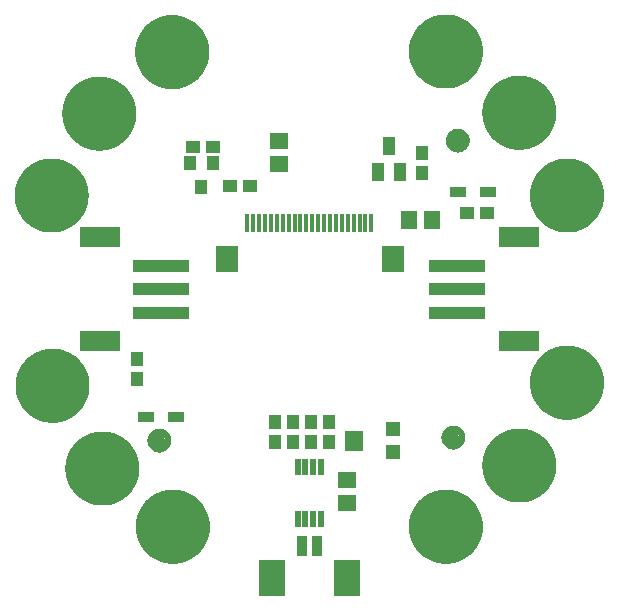
<source format=gbr>
G04 EAGLE Gerber RS-274X export*
G75*
%MOMM*%
%FSLAX34Y34*%
%LPD*%
%INSoldermask Top*%
%IPPOS*%
%AMOC8*
5,1,8,0,0,1.08239X$1,22.5*%
G01*
%ADD10C,1.101600*%
%ADD11C,0.500000*%
%ADD12R,0.501600X1.401600*%
%ADD13R,1.101600X1.176600*%
%ADD14R,1.601600X1.341600*%
%ADD15R,1.601600X1.701600*%
%ADD16R,1.301600X1.301600*%
%ADD17R,0.901600X1.701600*%
%ADD18R,2.201600X3.101600*%
%ADD19R,1.176600X1.101600*%
%ADD20R,4.701600X1.101600*%
%ADD21R,3.501600X1.701600*%
%ADD22R,1.451600X0.901600*%
%ADD23R,1.101600X1.301600*%
%ADD24R,1.101600X1.501600*%
%ADD25C,5.367600*%
%ADD26C,1.016000*%
%ADD27R,0.351600X1.501600*%
%ADD28R,1.901600X2.301600*%
%ADD29R,1.341600X1.601600*%


D10*
X125730Y125730D03*
D11*
X125730Y133230D02*
X125549Y133228D01*
X125368Y133221D01*
X125187Y133210D01*
X125006Y133195D01*
X124826Y133175D01*
X124646Y133151D01*
X124467Y133123D01*
X124289Y133090D01*
X124112Y133053D01*
X123935Y133012D01*
X123760Y132967D01*
X123585Y132917D01*
X123412Y132863D01*
X123241Y132805D01*
X123070Y132743D01*
X122902Y132676D01*
X122735Y132606D01*
X122569Y132532D01*
X122406Y132453D01*
X122245Y132371D01*
X122085Y132285D01*
X121928Y132195D01*
X121773Y132101D01*
X121620Y132004D01*
X121470Y131902D01*
X121322Y131798D01*
X121176Y131689D01*
X121034Y131578D01*
X120894Y131462D01*
X120757Y131344D01*
X120622Y131222D01*
X120491Y131097D01*
X120363Y130969D01*
X120238Y130838D01*
X120116Y130703D01*
X119998Y130566D01*
X119882Y130426D01*
X119771Y130284D01*
X119662Y130138D01*
X119558Y129990D01*
X119456Y129840D01*
X119359Y129687D01*
X119265Y129532D01*
X119175Y129375D01*
X119089Y129215D01*
X119007Y129054D01*
X118928Y128891D01*
X118854Y128725D01*
X118784Y128558D01*
X118717Y128390D01*
X118655Y128219D01*
X118597Y128048D01*
X118543Y127875D01*
X118493Y127700D01*
X118448Y127525D01*
X118407Y127348D01*
X118370Y127171D01*
X118337Y126993D01*
X118309Y126814D01*
X118285Y126634D01*
X118265Y126454D01*
X118250Y126273D01*
X118239Y126092D01*
X118232Y125911D01*
X118230Y125730D01*
X125730Y133230D02*
X125911Y133228D01*
X126092Y133221D01*
X126273Y133210D01*
X126454Y133195D01*
X126634Y133175D01*
X126814Y133151D01*
X126993Y133123D01*
X127171Y133090D01*
X127348Y133053D01*
X127525Y133012D01*
X127700Y132967D01*
X127875Y132917D01*
X128048Y132863D01*
X128219Y132805D01*
X128390Y132743D01*
X128558Y132676D01*
X128725Y132606D01*
X128891Y132532D01*
X129054Y132453D01*
X129215Y132371D01*
X129375Y132285D01*
X129532Y132195D01*
X129687Y132101D01*
X129840Y132004D01*
X129990Y131902D01*
X130138Y131798D01*
X130284Y131689D01*
X130426Y131578D01*
X130566Y131462D01*
X130703Y131344D01*
X130838Y131222D01*
X130969Y131097D01*
X131097Y130969D01*
X131222Y130838D01*
X131344Y130703D01*
X131462Y130566D01*
X131578Y130426D01*
X131689Y130284D01*
X131798Y130138D01*
X131902Y129990D01*
X132004Y129840D01*
X132101Y129687D01*
X132195Y129532D01*
X132285Y129375D01*
X132371Y129215D01*
X132453Y129054D01*
X132532Y128891D01*
X132606Y128725D01*
X132676Y128558D01*
X132743Y128390D01*
X132805Y128219D01*
X132863Y128048D01*
X132917Y127875D01*
X132967Y127700D01*
X133012Y127525D01*
X133053Y127348D01*
X133090Y127171D01*
X133123Y126993D01*
X133151Y126814D01*
X133175Y126634D01*
X133195Y126454D01*
X133210Y126273D01*
X133221Y126092D01*
X133228Y125911D01*
X133230Y125730D01*
X133228Y125549D01*
X133221Y125368D01*
X133210Y125187D01*
X133195Y125006D01*
X133175Y124826D01*
X133151Y124646D01*
X133123Y124467D01*
X133090Y124289D01*
X133053Y124112D01*
X133012Y123935D01*
X132967Y123760D01*
X132917Y123585D01*
X132863Y123412D01*
X132805Y123241D01*
X132743Y123070D01*
X132676Y122902D01*
X132606Y122735D01*
X132532Y122569D01*
X132453Y122406D01*
X132371Y122245D01*
X132285Y122085D01*
X132195Y121928D01*
X132101Y121773D01*
X132004Y121620D01*
X131902Y121470D01*
X131798Y121322D01*
X131689Y121176D01*
X131578Y121034D01*
X131462Y120894D01*
X131344Y120757D01*
X131222Y120622D01*
X131097Y120491D01*
X130969Y120363D01*
X130838Y120238D01*
X130703Y120116D01*
X130566Y119998D01*
X130426Y119882D01*
X130284Y119771D01*
X130138Y119662D01*
X129990Y119558D01*
X129840Y119456D01*
X129687Y119359D01*
X129532Y119265D01*
X129375Y119175D01*
X129215Y119089D01*
X129054Y119007D01*
X128891Y118928D01*
X128725Y118854D01*
X128558Y118784D01*
X128390Y118717D01*
X128219Y118655D01*
X128048Y118597D01*
X127875Y118543D01*
X127700Y118493D01*
X127525Y118448D01*
X127348Y118407D01*
X127171Y118370D01*
X126993Y118337D01*
X126814Y118309D01*
X126634Y118285D01*
X126454Y118265D01*
X126273Y118250D01*
X126092Y118239D01*
X125911Y118232D01*
X125730Y118230D01*
X125549Y118232D01*
X125368Y118239D01*
X125187Y118250D01*
X125006Y118265D01*
X124826Y118285D01*
X124646Y118309D01*
X124467Y118337D01*
X124289Y118370D01*
X124112Y118407D01*
X123935Y118448D01*
X123760Y118493D01*
X123585Y118543D01*
X123412Y118597D01*
X123241Y118655D01*
X123070Y118717D01*
X122902Y118784D01*
X122735Y118854D01*
X122569Y118928D01*
X122406Y119007D01*
X122245Y119089D01*
X122085Y119175D01*
X121928Y119265D01*
X121773Y119359D01*
X121620Y119456D01*
X121470Y119558D01*
X121322Y119662D01*
X121176Y119771D01*
X121034Y119882D01*
X120894Y119998D01*
X120757Y120116D01*
X120622Y120238D01*
X120491Y120363D01*
X120363Y120491D01*
X120238Y120622D01*
X120116Y120757D01*
X119998Y120894D01*
X119882Y121034D01*
X119771Y121176D01*
X119662Y121322D01*
X119558Y121470D01*
X119456Y121620D01*
X119359Y121773D01*
X119265Y121928D01*
X119175Y122085D01*
X119089Y122245D01*
X119007Y122406D01*
X118928Y122569D01*
X118854Y122735D01*
X118784Y122902D01*
X118717Y123070D01*
X118655Y123241D01*
X118597Y123412D01*
X118543Y123585D01*
X118493Y123760D01*
X118448Y123935D01*
X118407Y124112D01*
X118370Y124289D01*
X118337Y124467D01*
X118309Y124646D01*
X118285Y124826D01*
X118265Y125006D01*
X118250Y125187D01*
X118239Y125368D01*
X118232Y125549D01*
X118230Y125730D01*
D10*
X121920Y-125730D03*
D11*
X121920Y-118230D02*
X121739Y-118232D01*
X121558Y-118239D01*
X121377Y-118250D01*
X121196Y-118265D01*
X121016Y-118285D01*
X120836Y-118309D01*
X120657Y-118337D01*
X120479Y-118370D01*
X120302Y-118407D01*
X120125Y-118448D01*
X119950Y-118493D01*
X119775Y-118543D01*
X119602Y-118597D01*
X119431Y-118655D01*
X119260Y-118717D01*
X119092Y-118784D01*
X118925Y-118854D01*
X118759Y-118928D01*
X118596Y-119007D01*
X118435Y-119089D01*
X118275Y-119175D01*
X118118Y-119265D01*
X117963Y-119359D01*
X117810Y-119456D01*
X117660Y-119558D01*
X117512Y-119662D01*
X117366Y-119771D01*
X117224Y-119882D01*
X117084Y-119998D01*
X116947Y-120116D01*
X116812Y-120238D01*
X116681Y-120363D01*
X116553Y-120491D01*
X116428Y-120622D01*
X116306Y-120757D01*
X116188Y-120894D01*
X116072Y-121034D01*
X115961Y-121176D01*
X115852Y-121322D01*
X115748Y-121470D01*
X115646Y-121620D01*
X115549Y-121773D01*
X115455Y-121928D01*
X115365Y-122085D01*
X115279Y-122245D01*
X115197Y-122406D01*
X115118Y-122569D01*
X115044Y-122735D01*
X114974Y-122902D01*
X114907Y-123070D01*
X114845Y-123241D01*
X114787Y-123412D01*
X114733Y-123585D01*
X114683Y-123760D01*
X114638Y-123935D01*
X114597Y-124112D01*
X114560Y-124289D01*
X114527Y-124467D01*
X114499Y-124646D01*
X114475Y-124826D01*
X114455Y-125006D01*
X114440Y-125187D01*
X114429Y-125368D01*
X114422Y-125549D01*
X114420Y-125730D01*
X121920Y-118230D02*
X122101Y-118232D01*
X122282Y-118239D01*
X122463Y-118250D01*
X122644Y-118265D01*
X122824Y-118285D01*
X123004Y-118309D01*
X123183Y-118337D01*
X123361Y-118370D01*
X123538Y-118407D01*
X123715Y-118448D01*
X123890Y-118493D01*
X124065Y-118543D01*
X124238Y-118597D01*
X124409Y-118655D01*
X124580Y-118717D01*
X124748Y-118784D01*
X124915Y-118854D01*
X125081Y-118928D01*
X125244Y-119007D01*
X125405Y-119089D01*
X125565Y-119175D01*
X125722Y-119265D01*
X125877Y-119359D01*
X126030Y-119456D01*
X126180Y-119558D01*
X126328Y-119662D01*
X126474Y-119771D01*
X126616Y-119882D01*
X126756Y-119998D01*
X126893Y-120116D01*
X127028Y-120238D01*
X127159Y-120363D01*
X127287Y-120491D01*
X127412Y-120622D01*
X127534Y-120757D01*
X127652Y-120894D01*
X127768Y-121034D01*
X127879Y-121176D01*
X127988Y-121322D01*
X128092Y-121470D01*
X128194Y-121620D01*
X128291Y-121773D01*
X128385Y-121928D01*
X128475Y-122085D01*
X128561Y-122245D01*
X128643Y-122406D01*
X128722Y-122569D01*
X128796Y-122735D01*
X128866Y-122902D01*
X128933Y-123070D01*
X128995Y-123241D01*
X129053Y-123412D01*
X129107Y-123585D01*
X129157Y-123760D01*
X129202Y-123935D01*
X129243Y-124112D01*
X129280Y-124289D01*
X129313Y-124467D01*
X129341Y-124646D01*
X129365Y-124826D01*
X129385Y-125006D01*
X129400Y-125187D01*
X129411Y-125368D01*
X129418Y-125549D01*
X129420Y-125730D01*
X129418Y-125911D01*
X129411Y-126092D01*
X129400Y-126273D01*
X129385Y-126454D01*
X129365Y-126634D01*
X129341Y-126814D01*
X129313Y-126993D01*
X129280Y-127171D01*
X129243Y-127348D01*
X129202Y-127525D01*
X129157Y-127700D01*
X129107Y-127875D01*
X129053Y-128048D01*
X128995Y-128219D01*
X128933Y-128390D01*
X128866Y-128558D01*
X128796Y-128725D01*
X128722Y-128891D01*
X128643Y-129054D01*
X128561Y-129215D01*
X128475Y-129375D01*
X128385Y-129532D01*
X128291Y-129687D01*
X128194Y-129840D01*
X128092Y-129990D01*
X127988Y-130138D01*
X127879Y-130284D01*
X127768Y-130426D01*
X127652Y-130566D01*
X127534Y-130703D01*
X127412Y-130838D01*
X127287Y-130969D01*
X127159Y-131097D01*
X127028Y-131222D01*
X126893Y-131344D01*
X126756Y-131462D01*
X126616Y-131578D01*
X126474Y-131689D01*
X126328Y-131798D01*
X126180Y-131902D01*
X126030Y-132004D01*
X125877Y-132101D01*
X125722Y-132195D01*
X125565Y-132285D01*
X125405Y-132371D01*
X125244Y-132453D01*
X125081Y-132532D01*
X124915Y-132606D01*
X124748Y-132676D01*
X124580Y-132743D01*
X124409Y-132805D01*
X124238Y-132863D01*
X124065Y-132917D01*
X123890Y-132967D01*
X123715Y-133012D01*
X123538Y-133053D01*
X123361Y-133090D01*
X123183Y-133123D01*
X123004Y-133151D01*
X122824Y-133175D01*
X122644Y-133195D01*
X122463Y-133210D01*
X122282Y-133221D01*
X122101Y-133228D01*
X121920Y-133230D01*
X121739Y-133228D01*
X121558Y-133221D01*
X121377Y-133210D01*
X121196Y-133195D01*
X121016Y-133175D01*
X120836Y-133151D01*
X120657Y-133123D01*
X120479Y-133090D01*
X120302Y-133053D01*
X120125Y-133012D01*
X119950Y-132967D01*
X119775Y-132917D01*
X119602Y-132863D01*
X119431Y-132805D01*
X119260Y-132743D01*
X119092Y-132676D01*
X118925Y-132606D01*
X118759Y-132532D01*
X118596Y-132453D01*
X118435Y-132371D01*
X118275Y-132285D01*
X118118Y-132195D01*
X117963Y-132101D01*
X117810Y-132004D01*
X117660Y-131902D01*
X117512Y-131798D01*
X117366Y-131689D01*
X117224Y-131578D01*
X117084Y-131462D01*
X116947Y-131344D01*
X116812Y-131222D01*
X116681Y-131097D01*
X116553Y-130969D01*
X116428Y-130838D01*
X116306Y-130703D01*
X116188Y-130566D01*
X116072Y-130426D01*
X115961Y-130284D01*
X115852Y-130138D01*
X115748Y-129990D01*
X115646Y-129840D01*
X115549Y-129687D01*
X115455Y-129532D01*
X115365Y-129375D01*
X115279Y-129215D01*
X115197Y-129054D01*
X115118Y-128891D01*
X115044Y-128725D01*
X114974Y-128558D01*
X114907Y-128390D01*
X114845Y-128219D01*
X114787Y-128048D01*
X114733Y-127875D01*
X114683Y-127700D01*
X114638Y-127525D01*
X114597Y-127348D01*
X114560Y-127171D01*
X114527Y-126993D01*
X114499Y-126814D01*
X114475Y-126634D01*
X114455Y-126454D01*
X114440Y-126273D01*
X114429Y-126092D01*
X114422Y-125911D01*
X114420Y-125730D01*
D10*
X-127000Y-128270D03*
D11*
X-127000Y-120770D02*
X-127181Y-120772D01*
X-127362Y-120779D01*
X-127543Y-120790D01*
X-127724Y-120805D01*
X-127904Y-120825D01*
X-128084Y-120849D01*
X-128263Y-120877D01*
X-128441Y-120910D01*
X-128618Y-120947D01*
X-128795Y-120988D01*
X-128970Y-121033D01*
X-129145Y-121083D01*
X-129318Y-121137D01*
X-129489Y-121195D01*
X-129660Y-121257D01*
X-129828Y-121324D01*
X-129995Y-121394D01*
X-130161Y-121468D01*
X-130324Y-121547D01*
X-130485Y-121629D01*
X-130645Y-121715D01*
X-130802Y-121805D01*
X-130957Y-121899D01*
X-131110Y-121996D01*
X-131260Y-122098D01*
X-131408Y-122202D01*
X-131554Y-122311D01*
X-131696Y-122422D01*
X-131836Y-122538D01*
X-131973Y-122656D01*
X-132108Y-122778D01*
X-132239Y-122903D01*
X-132367Y-123031D01*
X-132492Y-123162D01*
X-132614Y-123297D01*
X-132732Y-123434D01*
X-132848Y-123574D01*
X-132959Y-123716D01*
X-133068Y-123862D01*
X-133172Y-124010D01*
X-133274Y-124160D01*
X-133371Y-124313D01*
X-133465Y-124468D01*
X-133555Y-124625D01*
X-133641Y-124785D01*
X-133723Y-124946D01*
X-133802Y-125109D01*
X-133876Y-125275D01*
X-133946Y-125442D01*
X-134013Y-125610D01*
X-134075Y-125781D01*
X-134133Y-125952D01*
X-134187Y-126125D01*
X-134237Y-126300D01*
X-134282Y-126475D01*
X-134323Y-126652D01*
X-134360Y-126829D01*
X-134393Y-127007D01*
X-134421Y-127186D01*
X-134445Y-127366D01*
X-134465Y-127546D01*
X-134480Y-127727D01*
X-134491Y-127908D01*
X-134498Y-128089D01*
X-134500Y-128270D01*
X-127000Y-120770D02*
X-126819Y-120772D01*
X-126638Y-120779D01*
X-126457Y-120790D01*
X-126276Y-120805D01*
X-126096Y-120825D01*
X-125916Y-120849D01*
X-125737Y-120877D01*
X-125559Y-120910D01*
X-125382Y-120947D01*
X-125205Y-120988D01*
X-125030Y-121033D01*
X-124855Y-121083D01*
X-124682Y-121137D01*
X-124511Y-121195D01*
X-124340Y-121257D01*
X-124172Y-121324D01*
X-124005Y-121394D01*
X-123839Y-121468D01*
X-123676Y-121547D01*
X-123515Y-121629D01*
X-123355Y-121715D01*
X-123198Y-121805D01*
X-123043Y-121899D01*
X-122890Y-121996D01*
X-122740Y-122098D01*
X-122592Y-122202D01*
X-122446Y-122311D01*
X-122304Y-122422D01*
X-122164Y-122538D01*
X-122027Y-122656D01*
X-121892Y-122778D01*
X-121761Y-122903D01*
X-121633Y-123031D01*
X-121508Y-123162D01*
X-121386Y-123297D01*
X-121268Y-123434D01*
X-121152Y-123574D01*
X-121041Y-123716D01*
X-120932Y-123862D01*
X-120828Y-124010D01*
X-120726Y-124160D01*
X-120629Y-124313D01*
X-120535Y-124468D01*
X-120445Y-124625D01*
X-120359Y-124785D01*
X-120277Y-124946D01*
X-120198Y-125109D01*
X-120124Y-125275D01*
X-120054Y-125442D01*
X-119987Y-125610D01*
X-119925Y-125781D01*
X-119867Y-125952D01*
X-119813Y-126125D01*
X-119763Y-126300D01*
X-119718Y-126475D01*
X-119677Y-126652D01*
X-119640Y-126829D01*
X-119607Y-127007D01*
X-119579Y-127186D01*
X-119555Y-127366D01*
X-119535Y-127546D01*
X-119520Y-127727D01*
X-119509Y-127908D01*
X-119502Y-128089D01*
X-119500Y-128270D01*
X-119502Y-128451D01*
X-119509Y-128632D01*
X-119520Y-128813D01*
X-119535Y-128994D01*
X-119555Y-129174D01*
X-119579Y-129354D01*
X-119607Y-129533D01*
X-119640Y-129711D01*
X-119677Y-129888D01*
X-119718Y-130065D01*
X-119763Y-130240D01*
X-119813Y-130415D01*
X-119867Y-130588D01*
X-119925Y-130759D01*
X-119987Y-130930D01*
X-120054Y-131098D01*
X-120124Y-131265D01*
X-120198Y-131431D01*
X-120277Y-131594D01*
X-120359Y-131755D01*
X-120445Y-131915D01*
X-120535Y-132072D01*
X-120629Y-132227D01*
X-120726Y-132380D01*
X-120828Y-132530D01*
X-120932Y-132678D01*
X-121041Y-132824D01*
X-121152Y-132966D01*
X-121268Y-133106D01*
X-121386Y-133243D01*
X-121508Y-133378D01*
X-121633Y-133509D01*
X-121761Y-133637D01*
X-121892Y-133762D01*
X-122027Y-133884D01*
X-122164Y-134002D01*
X-122304Y-134118D01*
X-122446Y-134229D01*
X-122592Y-134338D01*
X-122740Y-134442D01*
X-122890Y-134544D01*
X-123043Y-134641D01*
X-123198Y-134735D01*
X-123355Y-134825D01*
X-123515Y-134911D01*
X-123676Y-134993D01*
X-123839Y-135072D01*
X-124005Y-135146D01*
X-124172Y-135216D01*
X-124340Y-135283D01*
X-124511Y-135345D01*
X-124682Y-135403D01*
X-124855Y-135457D01*
X-125030Y-135507D01*
X-125205Y-135552D01*
X-125382Y-135593D01*
X-125559Y-135630D01*
X-125737Y-135663D01*
X-125916Y-135691D01*
X-126096Y-135715D01*
X-126276Y-135735D01*
X-126457Y-135750D01*
X-126638Y-135761D01*
X-126819Y-135768D01*
X-127000Y-135770D01*
X-127181Y-135768D01*
X-127362Y-135761D01*
X-127543Y-135750D01*
X-127724Y-135735D01*
X-127904Y-135715D01*
X-128084Y-135691D01*
X-128263Y-135663D01*
X-128441Y-135630D01*
X-128618Y-135593D01*
X-128795Y-135552D01*
X-128970Y-135507D01*
X-129145Y-135457D01*
X-129318Y-135403D01*
X-129489Y-135345D01*
X-129660Y-135283D01*
X-129828Y-135216D01*
X-129995Y-135146D01*
X-130161Y-135072D01*
X-130324Y-134993D01*
X-130485Y-134911D01*
X-130645Y-134825D01*
X-130802Y-134735D01*
X-130957Y-134641D01*
X-131110Y-134544D01*
X-131260Y-134442D01*
X-131408Y-134338D01*
X-131554Y-134229D01*
X-131696Y-134118D01*
X-131836Y-134002D01*
X-131973Y-133884D01*
X-132108Y-133762D01*
X-132239Y-133637D01*
X-132367Y-133509D01*
X-132492Y-133378D01*
X-132614Y-133243D01*
X-132732Y-133106D01*
X-132848Y-132966D01*
X-132959Y-132824D01*
X-133068Y-132678D01*
X-133172Y-132530D01*
X-133274Y-132380D01*
X-133371Y-132227D01*
X-133465Y-132072D01*
X-133555Y-131915D01*
X-133641Y-131755D01*
X-133723Y-131594D01*
X-133802Y-131431D01*
X-133876Y-131265D01*
X-133946Y-131098D01*
X-134013Y-130930D01*
X-134075Y-130759D01*
X-134133Y-130588D01*
X-134187Y-130415D01*
X-134237Y-130240D01*
X-134282Y-130065D01*
X-134323Y-129888D01*
X-134360Y-129711D01*
X-134393Y-129533D01*
X-134421Y-129354D01*
X-134445Y-129174D01*
X-134465Y-128994D01*
X-134480Y-128813D01*
X-134491Y-128632D01*
X-134498Y-128451D01*
X-134500Y-128270D01*
D12*
X9750Y-150720D03*
X3250Y-150720D03*
X-3250Y-150720D03*
X-9750Y-150720D03*
X-9750Y-194720D03*
X-3250Y-194720D03*
X3250Y-194720D03*
X9750Y-194720D03*
D13*
X-13970Y-112150D03*
X-13970Y-129150D03*
X16510Y-112150D03*
X16510Y-129150D03*
X-29210Y-112150D03*
X-29210Y-129150D03*
D14*
X31750Y-161950D03*
X31750Y-180950D03*
D15*
X38110Y-128270D03*
D16*
X70610Y-138270D03*
X70610Y-118270D03*
D13*
X1270Y-112150D03*
X1270Y-129150D03*
D17*
X-6250Y-217170D03*
X6250Y-217170D03*
D18*
X-31850Y-244670D03*
X31850Y-244670D03*
D19*
X-66920Y87630D03*
X-49920Y87630D03*
D20*
X125400Y20000D03*
X125400Y0D03*
D21*
X177400Y44000D03*
X177400Y-44000D03*
D20*
X125400Y-20000D03*
D19*
X133740Y64770D03*
X150740Y64770D03*
D22*
X151130Y82550D03*
X125730Y82550D03*
D20*
X-125400Y-20000D03*
X-125400Y0D03*
D21*
X-177400Y-44000D03*
X-177400Y44000D03*
D20*
X-125400Y20000D03*
D13*
X-146050Y-58810D03*
X-146050Y-75810D03*
D22*
X-138430Y-107950D03*
X-113030Y-107950D03*
D23*
X-91440Y86520D03*
X-100940Y106520D03*
X-81940Y106520D03*
D19*
X-98670Y120650D03*
X-81670Y120650D03*
D24*
X67310Y121490D03*
X76810Y99490D03*
X57810Y99490D03*
D13*
X95250Y98180D03*
X95250Y115180D03*
D25*
X115570Y201168D03*
D26*
X89408Y201168D02*
X89416Y201810D01*
X89440Y202452D01*
X89479Y203093D01*
X89534Y203732D01*
X89605Y204371D01*
X89691Y205007D01*
X89793Y205641D01*
X89911Y206272D01*
X90044Y206900D01*
X90192Y207525D01*
X90356Y208146D01*
X90535Y208762D01*
X90728Y209375D01*
X90937Y209982D01*
X91161Y210584D01*
X91399Y211180D01*
X91652Y211770D01*
X91920Y212354D01*
X92201Y212931D01*
X92497Y213501D01*
X92807Y214063D01*
X93130Y214618D01*
X93467Y215165D01*
X93817Y215703D01*
X94180Y216232D01*
X94556Y216753D01*
X94945Y217264D01*
X95347Y217765D01*
X95760Y218256D01*
X96185Y218737D01*
X96622Y219208D01*
X97071Y219667D01*
X97530Y220116D01*
X98001Y220553D01*
X98482Y220978D01*
X98973Y221391D01*
X99474Y221793D01*
X99985Y222182D01*
X100506Y222558D01*
X101035Y222921D01*
X101573Y223271D01*
X102120Y223608D01*
X102675Y223931D01*
X103237Y224241D01*
X103807Y224537D01*
X104384Y224818D01*
X104968Y225086D01*
X105558Y225339D01*
X106154Y225577D01*
X106756Y225801D01*
X107363Y226010D01*
X107976Y226203D01*
X108592Y226382D01*
X109213Y226546D01*
X109838Y226694D01*
X110466Y226827D01*
X111097Y226945D01*
X111731Y227047D01*
X112367Y227133D01*
X113006Y227204D01*
X113645Y227259D01*
X114286Y227298D01*
X114928Y227322D01*
X115570Y227330D01*
X116212Y227322D01*
X116854Y227298D01*
X117495Y227259D01*
X118134Y227204D01*
X118773Y227133D01*
X119409Y227047D01*
X120043Y226945D01*
X120674Y226827D01*
X121302Y226694D01*
X121927Y226546D01*
X122548Y226382D01*
X123164Y226203D01*
X123777Y226010D01*
X124384Y225801D01*
X124986Y225577D01*
X125582Y225339D01*
X126172Y225086D01*
X126756Y224818D01*
X127333Y224537D01*
X127903Y224241D01*
X128465Y223931D01*
X129020Y223608D01*
X129567Y223271D01*
X130105Y222921D01*
X130634Y222558D01*
X131155Y222182D01*
X131666Y221793D01*
X132167Y221391D01*
X132658Y220978D01*
X133139Y220553D01*
X133610Y220116D01*
X134069Y219667D01*
X134518Y219208D01*
X134955Y218737D01*
X135380Y218256D01*
X135793Y217765D01*
X136195Y217264D01*
X136584Y216753D01*
X136960Y216232D01*
X137323Y215703D01*
X137673Y215165D01*
X138010Y214618D01*
X138333Y214063D01*
X138643Y213501D01*
X138939Y212931D01*
X139220Y212354D01*
X139488Y211770D01*
X139741Y211180D01*
X139979Y210584D01*
X140203Y209982D01*
X140412Y209375D01*
X140605Y208762D01*
X140784Y208146D01*
X140948Y207525D01*
X141096Y206900D01*
X141229Y206272D01*
X141347Y205641D01*
X141449Y205007D01*
X141535Y204371D01*
X141606Y203732D01*
X141661Y203093D01*
X141700Y202452D01*
X141724Y201810D01*
X141732Y201168D01*
X141724Y200526D01*
X141700Y199884D01*
X141661Y199243D01*
X141606Y198604D01*
X141535Y197965D01*
X141449Y197329D01*
X141347Y196695D01*
X141229Y196064D01*
X141096Y195436D01*
X140948Y194811D01*
X140784Y194190D01*
X140605Y193574D01*
X140412Y192961D01*
X140203Y192354D01*
X139979Y191752D01*
X139741Y191156D01*
X139488Y190566D01*
X139220Y189982D01*
X138939Y189405D01*
X138643Y188835D01*
X138333Y188273D01*
X138010Y187718D01*
X137673Y187171D01*
X137323Y186633D01*
X136960Y186104D01*
X136584Y185583D01*
X136195Y185072D01*
X135793Y184571D01*
X135380Y184080D01*
X134955Y183599D01*
X134518Y183128D01*
X134069Y182669D01*
X133610Y182220D01*
X133139Y181783D01*
X132658Y181358D01*
X132167Y180945D01*
X131666Y180543D01*
X131155Y180154D01*
X130634Y179778D01*
X130105Y179415D01*
X129567Y179065D01*
X129020Y178728D01*
X128465Y178405D01*
X127903Y178095D01*
X127333Y177799D01*
X126756Y177518D01*
X126172Y177250D01*
X125582Y176997D01*
X124986Y176759D01*
X124384Y176535D01*
X123777Y176326D01*
X123164Y176133D01*
X122548Y175954D01*
X121927Y175790D01*
X121302Y175642D01*
X120674Y175509D01*
X120043Y175391D01*
X119409Y175289D01*
X118773Y175203D01*
X118134Y175132D01*
X117495Y175077D01*
X116854Y175038D01*
X116212Y175014D01*
X115570Y175006D01*
X114928Y175014D01*
X114286Y175038D01*
X113645Y175077D01*
X113006Y175132D01*
X112367Y175203D01*
X111731Y175289D01*
X111097Y175391D01*
X110466Y175509D01*
X109838Y175642D01*
X109213Y175790D01*
X108592Y175954D01*
X107976Y176133D01*
X107363Y176326D01*
X106756Y176535D01*
X106154Y176759D01*
X105558Y176997D01*
X104968Y177250D01*
X104384Y177518D01*
X103807Y177799D01*
X103237Y178095D01*
X102675Y178405D01*
X102120Y178728D01*
X101573Y179065D01*
X101035Y179415D01*
X100506Y179778D01*
X99985Y180154D01*
X99474Y180543D01*
X98973Y180945D01*
X98482Y181358D01*
X98001Y181783D01*
X97530Y182220D01*
X97071Y182669D01*
X96622Y183128D01*
X96185Y183599D01*
X95760Y184080D01*
X95347Y184571D01*
X94945Y185072D01*
X94556Y185583D01*
X94180Y186104D01*
X93817Y186633D01*
X93467Y187171D01*
X93130Y187718D01*
X92807Y188273D01*
X92497Y188835D01*
X92201Y189405D01*
X91920Y189982D01*
X91652Y190566D01*
X91399Y191156D01*
X91161Y191752D01*
X90937Y192354D01*
X90728Y192961D01*
X90535Y193574D01*
X90356Y194190D01*
X90192Y194811D01*
X90044Y195436D01*
X89911Y196064D01*
X89793Y196695D01*
X89691Y197329D01*
X89605Y197965D01*
X89534Y198604D01*
X89479Y199243D01*
X89440Y199884D01*
X89416Y200526D01*
X89408Y201168D01*
D25*
X115570Y-201168D03*
D26*
X89408Y-201168D02*
X89416Y-200526D01*
X89440Y-199884D01*
X89479Y-199243D01*
X89534Y-198604D01*
X89605Y-197965D01*
X89691Y-197329D01*
X89793Y-196695D01*
X89911Y-196064D01*
X90044Y-195436D01*
X90192Y-194811D01*
X90356Y-194190D01*
X90535Y-193574D01*
X90728Y-192961D01*
X90937Y-192354D01*
X91161Y-191752D01*
X91399Y-191156D01*
X91652Y-190566D01*
X91920Y-189982D01*
X92201Y-189405D01*
X92497Y-188835D01*
X92807Y-188273D01*
X93130Y-187718D01*
X93467Y-187171D01*
X93817Y-186633D01*
X94180Y-186104D01*
X94556Y-185583D01*
X94945Y-185072D01*
X95347Y-184571D01*
X95760Y-184080D01*
X96185Y-183599D01*
X96622Y-183128D01*
X97071Y-182669D01*
X97530Y-182220D01*
X98001Y-181783D01*
X98482Y-181358D01*
X98973Y-180945D01*
X99474Y-180543D01*
X99985Y-180154D01*
X100506Y-179778D01*
X101035Y-179415D01*
X101573Y-179065D01*
X102120Y-178728D01*
X102675Y-178405D01*
X103237Y-178095D01*
X103807Y-177799D01*
X104384Y-177518D01*
X104968Y-177250D01*
X105558Y-176997D01*
X106154Y-176759D01*
X106756Y-176535D01*
X107363Y-176326D01*
X107976Y-176133D01*
X108592Y-175954D01*
X109213Y-175790D01*
X109838Y-175642D01*
X110466Y-175509D01*
X111097Y-175391D01*
X111731Y-175289D01*
X112367Y-175203D01*
X113006Y-175132D01*
X113645Y-175077D01*
X114286Y-175038D01*
X114928Y-175014D01*
X115570Y-175006D01*
X116212Y-175014D01*
X116854Y-175038D01*
X117495Y-175077D01*
X118134Y-175132D01*
X118773Y-175203D01*
X119409Y-175289D01*
X120043Y-175391D01*
X120674Y-175509D01*
X121302Y-175642D01*
X121927Y-175790D01*
X122548Y-175954D01*
X123164Y-176133D01*
X123777Y-176326D01*
X124384Y-176535D01*
X124986Y-176759D01*
X125582Y-176997D01*
X126172Y-177250D01*
X126756Y-177518D01*
X127333Y-177799D01*
X127903Y-178095D01*
X128465Y-178405D01*
X129020Y-178728D01*
X129567Y-179065D01*
X130105Y-179415D01*
X130634Y-179778D01*
X131155Y-180154D01*
X131666Y-180543D01*
X132167Y-180945D01*
X132658Y-181358D01*
X133139Y-181783D01*
X133610Y-182220D01*
X134069Y-182669D01*
X134518Y-183128D01*
X134955Y-183599D01*
X135380Y-184080D01*
X135793Y-184571D01*
X136195Y-185072D01*
X136584Y-185583D01*
X136960Y-186104D01*
X137323Y-186633D01*
X137673Y-187171D01*
X138010Y-187718D01*
X138333Y-188273D01*
X138643Y-188835D01*
X138939Y-189405D01*
X139220Y-189982D01*
X139488Y-190566D01*
X139741Y-191156D01*
X139979Y-191752D01*
X140203Y-192354D01*
X140412Y-192961D01*
X140605Y-193574D01*
X140784Y-194190D01*
X140948Y-194811D01*
X141096Y-195436D01*
X141229Y-196064D01*
X141347Y-196695D01*
X141449Y-197329D01*
X141535Y-197965D01*
X141606Y-198604D01*
X141661Y-199243D01*
X141700Y-199884D01*
X141724Y-200526D01*
X141732Y-201168D01*
X141724Y-201810D01*
X141700Y-202452D01*
X141661Y-203093D01*
X141606Y-203732D01*
X141535Y-204371D01*
X141449Y-205007D01*
X141347Y-205641D01*
X141229Y-206272D01*
X141096Y-206900D01*
X140948Y-207525D01*
X140784Y-208146D01*
X140605Y-208762D01*
X140412Y-209375D01*
X140203Y-209982D01*
X139979Y-210584D01*
X139741Y-211180D01*
X139488Y-211770D01*
X139220Y-212354D01*
X138939Y-212931D01*
X138643Y-213501D01*
X138333Y-214063D01*
X138010Y-214618D01*
X137673Y-215165D01*
X137323Y-215703D01*
X136960Y-216232D01*
X136584Y-216753D01*
X136195Y-217264D01*
X135793Y-217765D01*
X135380Y-218256D01*
X134955Y-218737D01*
X134518Y-219208D01*
X134069Y-219667D01*
X133610Y-220116D01*
X133139Y-220553D01*
X132658Y-220978D01*
X132167Y-221391D01*
X131666Y-221793D01*
X131155Y-222182D01*
X130634Y-222558D01*
X130105Y-222921D01*
X129567Y-223271D01*
X129020Y-223608D01*
X128465Y-223931D01*
X127903Y-224241D01*
X127333Y-224537D01*
X126756Y-224818D01*
X126172Y-225086D01*
X125582Y-225339D01*
X124986Y-225577D01*
X124384Y-225801D01*
X123777Y-226010D01*
X123164Y-226203D01*
X122548Y-226382D01*
X121927Y-226546D01*
X121302Y-226694D01*
X120674Y-226827D01*
X120043Y-226945D01*
X119409Y-227047D01*
X118773Y-227133D01*
X118134Y-227204D01*
X117495Y-227259D01*
X116854Y-227298D01*
X116212Y-227322D01*
X115570Y-227330D01*
X114928Y-227322D01*
X114286Y-227298D01*
X113645Y-227259D01*
X113006Y-227204D01*
X112367Y-227133D01*
X111731Y-227047D01*
X111097Y-226945D01*
X110466Y-226827D01*
X109838Y-226694D01*
X109213Y-226546D01*
X108592Y-226382D01*
X107976Y-226203D01*
X107363Y-226010D01*
X106756Y-225801D01*
X106154Y-225577D01*
X105558Y-225339D01*
X104968Y-225086D01*
X104384Y-224818D01*
X103807Y-224537D01*
X103237Y-224241D01*
X102675Y-223931D01*
X102120Y-223608D01*
X101573Y-223271D01*
X101035Y-222921D01*
X100506Y-222558D01*
X99985Y-222182D01*
X99474Y-221793D01*
X98973Y-221391D01*
X98482Y-220978D01*
X98001Y-220553D01*
X97530Y-220116D01*
X97071Y-219667D01*
X96622Y-219208D01*
X96185Y-218737D01*
X95760Y-218256D01*
X95347Y-217765D01*
X94945Y-217264D01*
X94556Y-216753D01*
X94180Y-216232D01*
X93817Y-215703D01*
X93467Y-215165D01*
X93130Y-214618D01*
X92807Y-214063D01*
X92497Y-213501D01*
X92201Y-212931D01*
X91920Y-212354D01*
X91652Y-211770D01*
X91399Y-211180D01*
X91161Y-210584D01*
X90937Y-209982D01*
X90728Y-209375D01*
X90535Y-208762D01*
X90356Y-208146D01*
X90192Y-207525D01*
X90044Y-206900D01*
X89911Y-206272D01*
X89793Y-205641D01*
X89691Y-205007D01*
X89605Y-204371D01*
X89534Y-203732D01*
X89479Y-203093D01*
X89440Y-202452D01*
X89416Y-201810D01*
X89408Y-201168D01*
D25*
X-116078Y200660D03*
D26*
X-142240Y200660D02*
X-142232Y201302D01*
X-142208Y201944D01*
X-142169Y202585D01*
X-142114Y203224D01*
X-142043Y203863D01*
X-141957Y204499D01*
X-141855Y205133D01*
X-141737Y205764D01*
X-141604Y206392D01*
X-141456Y207017D01*
X-141292Y207638D01*
X-141113Y208254D01*
X-140920Y208867D01*
X-140711Y209474D01*
X-140487Y210076D01*
X-140249Y210672D01*
X-139996Y211262D01*
X-139728Y211846D01*
X-139447Y212423D01*
X-139151Y212993D01*
X-138841Y213555D01*
X-138518Y214110D01*
X-138181Y214657D01*
X-137831Y215195D01*
X-137468Y215724D01*
X-137092Y216245D01*
X-136703Y216756D01*
X-136301Y217257D01*
X-135888Y217748D01*
X-135463Y218229D01*
X-135026Y218700D01*
X-134577Y219159D01*
X-134118Y219608D01*
X-133647Y220045D01*
X-133166Y220470D01*
X-132675Y220883D01*
X-132174Y221285D01*
X-131663Y221674D01*
X-131142Y222050D01*
X-130613Y222413D01*
X-130075Y222763D01*
X-129528Y223100D01*
X-128973Y223423D01*
X-128411Y223733D01*
X-127841Y224029D01*
X-127264Y224310D01*
X-126680Y224578D01*
X-126090Y224831D01*
X-125494Y225069D01*
X-124892Y225293D01*
X-124285Y225502D01*
X-123672Y225695D01*
X-123056Y225874D01*
X-122435Y226038D01*
X-121810Y226186D01*
X-121182Y226319D01*
X-120551Y226437D01*
X-119917Y226539D01*
X-119281Y226625D01*
X-118642Y226696D01*
X-118003Y226751D01*
X-117362Y226790D01*
X-116720Y226814D01*
X-116078Y226822D01*
X-115436Y226814D01*
X-114794Y226790D01*
X-114153Y226751D01*
X-113514Y226696D01*
X-112875Y226625D01*
X-112239Y226539D01*
X-111605Y226437D01*
X-110974Y226319D01*
X-110346Y226186D01*
X-109721Y226038D01*
X-109100Y225874D01*
X-108484Y225695D01*
X-107871Y225502D01*
X-107264Y225293D01*
X-106662Y225069D01*
X-106066Y224831D01*
X-105476Y224578D01*
X-104892Y224310D01*
X-104315Y224029D01*
X-103745Y223733D01*
X-103183Y223423D01*
X-102628Y223100D01*
X-102081Y222763D01*
X-101543Y222413D01*
X-101014Y222050D01*
X-100493Y221674D01*
X-99982Y221285D01*
X-99481Y220883D01*
X-98990Y220470D01*
X-98509Y220045D01*
X-98038Y219608D01*
X-97579Y219159D01*
X-97130Y218700D01*
X-96693Y218229D01*
X-96268Y217748D01*
X-95855Y217257D01*
X-95453Y216756D01*
X-95064Y216245D01*
X-94688Y215724D01*
X-94325Y215195D01*
X-93975Y214657D01*
X-93638Y214110D01*
X-93315Y213555D01*
X-93005Y212993D01*
X-92709Y212423D01*
X-92428Y211846D01*
X-92160Y211262D01*
X-91907Y210672D01*
X-91669Y210076D01*
X-91445Y209474D01*
X-91236Y208867D01*
X-91043Y208254D01*
X-90864Y207638D01*
X-90700Y207017D01*
X-90552Y206392D01*
X-90419Y205764D01*
X-90301Y205133D01*
X-90199Y204499D01*
X-90113Y203863D01*
X-90042Y203224D01*
X-89987Y202585D01*
X-89948Y201944D01*
X-89924Y201302D01*
X-89916Y200660D01*
X-89924Y200018D01*
X-89948Y199376D01*
X-89987Y198735D01*
X-90042Y198096D01*
X-90113Y197457D01*
X-90199Y196821D01*
X-90301Y196187D01*
X-90419Y195556D01*
X-90552Y194928D01*
X-90700Y194303D01*
X-90864Y193682D01*
X-91043Y193066D01*
X-91236Y192453D01*
X-91445Y191846D01*
X-91669Y191244D01*
X-91907Y190648D01*
X-92160Y190058D01*
X-92428Y189474D01*
X-92709Y188897D01*
X-93005Y188327D01*
X-93315Y187765D01*
X-93638Y187210D01*
X-93975Y186663D01*
X-94325Y186125D01*
X-94688Y185596D01*
X-95064Y185075D01*
X-95453Y184564D01*
X-95855Y184063D01*
X-96268Y183572D01*
X-96693Y183091D01*
X-97130Y182620D01*
X-97579Y182161D01*
X-98038Y181712D01*
X-98509Y181275D01*
X-98990Y180850D01*
X-99481Y180437D01*
X-99982Y180035D01*
X-100493Y179646D01*
X-101014Y179270D01*
X-101543Y178907D01*
X-102081Y178557D01*
X-102628Y178220D01*
X-103183Y177897D01*
X-103745Y177587D01*
X-104315Y177291D01*
X-104892Y177010D01*
X-105476Y176742D01*
X-106066Y176489D01*
X-106662Y176251D01*
X-107264Y176027D01*
X-107871Y175818D01*
X-108484Y175625D01*
X-109100Y175446D01*
X-109721Y175282D01*
X-110346Y175134D01*
X-110974Y175001D01*
X-111605Y174883D01*
X-112239Y174781D01*
X-112875Y174695D01*
X-113514Y174624D01*
X-114153Y174569D01*
X-114794Y174530D01*
X-115436Y174506D01*
X-116078Y174498D01*
X-116720Y174506D01*
X-117362Y174530D01*
X-118003Y174569D01*
X-118642Y174624D01*
X-119281Y174695D01*
X-119917Y174781D01*
X-120551Y174883D01*
X-121182Y175001D01*
X-121810Y175134D01*
X-122435Y175282D01*
X-123056Y175446D01*
X-123672Y175625D01*
X-124285Y175818D01*
X-124892Y176027D01*
X-125494Y176251D01*
X-126090Y176489D01*
X-126680Y176742D01*
X-127264Y177010D01*
X-127841Y177291D01*
X-128411Y177587D01*
X-128973Y177897D01*
X-129528Y178220D01*
X-130075Y178557D01*
X-130613Y178907D01*
X-131142Y179270D01*
X-131663Y179646D01*
X-132174Y180035D01*
X-132675Y180437D01*
X-133166Y180850D01*
X-133647Y181275D01*
X-134118Y181712D01*
X-134577Y182161D01*
X-135026Y182620D01*
X-135463Y183091D01*
X-135888Y183572D01*
X-136301Y184063D01*
X-136703Y184564D01*
X-137092Y185075D01*
X-137468Y185596D01*
X-137831Y186125D01*
X-138181Y186663D01*
X-138518Y187210D01*
X-138841Y187765D01*
X-139151Y188327D01*
X-139447Y188897D01*
X-139728Y189474D01*
X-139996Y190058D01*
X-140249Y190648D01*
X-140487Y191244D01*
X-140711Y191846D01*
X-140920Y192453D01*
X-141113Y193066D01*
X-141292Y193682D01*
X-141456Y194303D01*
X-141604Y194928D01*
X-141737Y195556D01*
X-141855Y196187D01*
X-141957Y196821D01*
X-142043Y197457D01*
X-142114Y198096D01*
X-142169Y198735D01*
X-142208Y199376D01*
X-142232Y200018D01*
X-142240Y200660D01*
D25*
X-115570Y-201168D03*
D26*
X-141732Y-201168D02*
X-141724Y-200526D01*
X-141700Y-199884D01*
X-141661Y-199243D01*
X-141606Y-198604D01*
X-141535Y-197965D01*
X-141449Y-197329D01*
X-141347Y-196695D01*
X-141229Y-196064D01*
X-141096Y-195436D01*
X-140948Y-194811D01*
X-140784Y-194190D01*
X-140605Y-193574D01*
X-140412Y-192961D01*
X-140203Y-192354D01*
X-139979Y-191752D01*
X-139741Y-191156D01*
X-139488Y-190566D01*
X-139220Y-189982D01*
X-138939Y-189405D01*
X-138643Y-188835D01*
X-138333Y-188273D01*
X-138010Y-187718D01*
X-137673Y-187171D01*
X-137323Y-186633D01*
X-136960Y-186104D01*
X-136584Y-185583D01*
X-136195Y-185072D01*
X-135793Y-184571D01*
X-135380Y-184080D01*
X-134955Y-183599D01*
X-134518Y-183128D01*
X-134069Y-182669D01*
X-133610Y-182220D01*
X-133139Y-181783D01*
X-132658Y-181358D01*
X-132167Y-180945D01*
X-131666Y-180543D01*
X-131155Y-180154D01*
X-130634Y-179778D01*
X-130105Y-179415D01*
X-129567Y-179065D01*
X-129020Y-178728D01*
X-128465Y-178405D01*
X-127903Y-178095D01*
X-127333Y-177799D01*
X-126756Y-177518D01*
X-126172Y-177250D01*
X-125582Y-176997D01*
X-124986Y-176759D01*
X-124384Y-176535D01*
X-123777Y-176326D01*
X-123164Y-176133D01*
X-122548Y-175954D01*
X-121927Y-175790D01*
X-121302Y-175642D01*
X-120674Y-175509D01*
X-120043Y-175391D01*
X-119409Y-175289D01*
X-118773Y-175203D01*
X-118134Y-175132D01*
X-117495Y-175077D01*
X-116854Y-175038D01*
X-116212Y-175014D01*
X-115570Y-175006D01*
X-114928Y-175014D01*
X-114286Y-175038D01*
X-113645Y-175077D01*
X-113006Y-175132D01*
X-112367Y-175203D01*
X-111731Y-175289D01*
X-111097Y-175391D01*
X-110466Y-175509D01*
X-109838Y-175642D01*
X-109213Y-175790D01*
X-108592Y-175954D01*
X-107976Y-176133D01*
X-107363Y-176326D01*
X-106756Y-176535D01*
X-106154Y-176759D01*
X-105558Y-176997D01*
X-104968Y-177250D01*
X-104384Y-177518D01*
X-103807Y-177799D01*
X-103237Y-178095D01*
X-102675Y-178405D01*
X-102120Y-178728D01*
X-101573Y-179065D01*
X-101035Y-179415D01*
X-100506Y-179778D01*
X-99985Y-180154D01*
X-99474Y-180543D01*
X-98973Y-180945D01*
X-98482Y-181358D01*
X-98001Y-181783D01*
X-97530Y-182220D01*
X-97071Y-182669D01*
X-96622Y-183128D01*
X-96185Y-183599D01*
X-95760Y-184080D01*
X-95347Y-184571D01*
X-94945Y-185072D01*
X-94556Y-185583D01*
X-94180Y-186104D01*
X-93817Y-186633D01*
X-93467Y-187171D01*
X-93130Y-187718D01*
X-92807Y-188273D01*
X-92497Y-188835D01*
X-92201Y-189405D01*
X-91920Y-189982D01*
X-91652Y-190566D01*
X-91399Y-191156D01*
X-91161Y-191752D01*
X-90937Y-192354D01*
X-90728Y-192961D01*
X-90535Y-193574D01*
X-90356Y-194190D01*
X-90192Y-194811D01*
X-90044Y-195436D01*
X-89911Y-196064D01*
X-89793Y-196695D01*
X-89691Y-197329D01*
X-89605Y-197965D01*
X-89534Y-198604D01*
X-89479Y-199243D01*
X-89440Y-199884D01*
X-89416Y-200526D01*
X-89408Y-201168D01*
X-89416Y-201810D01*
X-89440Y-202452D01*
X-89479Y-203093D01*
X-89534Y-203732D01*
X-89605Y-204371D01*
X-89691Y-205007D01*
X-89793Y-205641D01*
X-89911Y-206272D01*
X-90044Y-206900D01*
X-90192Y-207525D01*
X-90356Y-208146D01*
X-90535Y-208762D01*
X-90728Y-209375D01*
X-90937Y-209982D01*
X-91161Y-210584D01*
X-91399Y-211180D01*
X-91652Y-211770D01*
X-91920Y-212354D01*
X-92201Y-212931D01*
X-92497Y-213501D01*
X-92807Y-214063D01*
X-93130Y-214618D01*
X-93467Y-215165D01*
X-93817Y-215703D01*
X-94180Y-216232D01*
X-94556Y-216753D01*
X-94945Y-217264D01*
X-95347Y-217765D01*
X-95760Y-218256D01*
X-96185Y-218737D01*
X-96622Y-219208D01*
X-97071Y-219667D01*
X-97530Y-220116D01*
X-98001Y-220553D01*
X-98482Y-220978D01*
X-98973Y-221391D01*
X-99474Y-221793D01*
X-99985Y-222182D01*
X-100506Y-222558D01*
X-101035Y-222921D01*
X-101573Y-223271D01*
X-102120Y-223608D01*
X-102675Y-223931D01*
X-103237Y-224241D01*
X-103807Y-224537D01*
X-104384Y-224818D01*
X-104968Y-225086D01*
X-105558Y-225339D01*
X-106154Y-225577D01*
X-106756Y-225801D01*
X-107363Y-226010D01*
X-107976Y-226203D01*
X-108592Y-226382D01*
X-109213Y-226546D01*
X-109838Y-226694D01*
X-110466Y-226827D01*
X-111097Y-226945D01*
X-111731Y-227047D01*
X-112367Y-227133D01*
X-113006Y-227204D01*
X-113645Y-227259D01*
X-114286Y-227298D01*
X-114928Y-227322D01*
X-115570Y-227330D01*
X-116212Y-227322D01*
X-116854Y-227298D01*
X-117495Y-227259D01*
X-118134Y-227204D01*
X-118773Y-227133D01*
X-119409Y-227047D01*
X-120043Y-226945D01*
X-120674Y-226827D01*
X-121302Y-226694D01*
X-121927Y-226546D01*
X-122548Y-226382D01*
X-123164Y-226203D01*
X-123777Y-226010D01*
X-124384Y-225801D01*
X-124986Y-225577D01*
X-125582Y-225339D01*
X-126172Y-225086D01*
X-126756Y-224818D01*
X-127333Y-224537D01*
X-127903Y-224241D01*
X-128465Y-223931D01*
X-129020Y-223608D01*
X-129567Y-223271D01*
X-130105Y-222921D01*
X-130634Y-222558D01*
X-131155Y-222182D01*
X-131666Y-221793D01*
X-132167Y-221391D01*
X-132658Y-220978D01*
X-133139Y-220553D01*
X-133610Y-220116D01*
X-134069Y-219667D01*
X-134518Y-219208D01*
X-134955Y-218737D01*
X-135380Y-218256D01*
X-135793Y-217765D01*
X-136195Y-217264D01*
X-136584Y-216753D01*
X-136960Y-216232D01*
X-137323Y-215703D01*
X-137673Y-215165D01*
X-138010Y-214618D01*
X-138333Y-214063D01*
X-138643Y-213501D01*
X-138939Y-212931D01*
X-139220Y-212354D01*
X-139488Y-211770D01*
X-139741Y-211180D01*
X-139979Y-210584D01*
X-140203Y-209982D01*
X-140412Y-209375D01*
X-140605Y-208762D01*
X-140784Y-208146D01*
X-140948Y-207525D01*
X-141096Y-206900D01*
X-141229Y-206272D01*
X-141347Y-205641D01*
X-141449Y-205007D01*
X-141535Y-204371D01*
X-141606Y-203732D01*
X-141661Y-203093D01*
X-141700Y-202452D01*
X-141724Y-201810D01*
X-141732Y-201168D01*
D25*
X177800Y149352D03*
D26*
X151638Y149352D02*
X151646Y149994D01*
X151670Y150636D01*
X151709Y151277D01*
X151764Y151916D01*
X151835Y152555D01*
X151921Y153191D01*
X152023Y153825D01*
X152141Y154456D01*
X152274Y155084D01*
X152422Y155709D01*
X152586Y156330D01*
X152765Y156946D01*
X152958Y157559D01*
X153167Y158166D01*
X153391Y158768D01*
X153629Y159364D01*
X153882Y159954D01*
X154150Y160538D01*
X154431Y161115D01*
X154727Y161685D01*
X155037Y162247D01*
X155360Y162802D01*
X155697Y163349D01*
X156047Y163887D01*
X156410Y164416D01*
X156786Y164937D01*
X157175Y165448D01*
X157577Y165949D01*
X157990Y166440D01*
X158415Y166921D01*
X158852Y167392D01*
X159301Y167851D01*
X159760Y168300D01*
X160231Y168737D01*
X160712Y169162D01*
X161203Y169575D01*
X161704Y169977D01*
X162215Y170366D01*
X162736Y170742D01*
X163265Y171105D01*
X163803Y171455D01*
X164350Y171792D01*
X164905Y172115D01*
X165467Y172425D01*
X166037Y172721D01*
X166614Y173002D01*
X167198Y173270D01*
X167788Y173523D01*
X168384Y173761D01*
X168986Y173985D01*
X169593Y174194D01*
X170206Y174387D01*
X170822Y174566D01*
X171443Y174730D01*
X172068Y174878D01*
X172696Y175011D01*
X173327Y175129D01*
X173961Y175231D01*
X174597Y175317D01*
X175236Y175388D01*
X175875Y175443D01*
X176516Y175482D01*
X177158Y175506D01*
X177800Y175514D01*
X178442Y175506D01*
X179084Y175482D01*
X179725Y175443D01*
X180364Y175388D01*
X181003Y175317D01*
X181639Y175231D01*
X182273Y175129D01*
X182904Y175011D01*
X183532Y174878D01*
X184157Y174730D01*
X184778Y174566D01*
X185394Y174387D01*
X186007Y174194D01*
X186614Y173985D01*
X187216Y173761D01*
X187812Y173523D01*
X188402Y173270D01*
X188986Y173002D01*
X189563Y172721D01*
X190133Y172425D01*
X190695Y172115D01*
X191250Y171792D01*
X191797Y171455D01*
X192335Y171105D01*
X192864Y170742D01*
X193385Y170366D01*
X193896Y169977D01*
X194397Y169575D01*
X194888Y169162D01*
X195369Y168737D01*
X195840Y168300D01*
X196299Y167851D01*
X196748Y167392D01*
X197185Y166921D01*
X197610Y166440D01*
X198023Y165949D01*
X198425Y165448D01*
X198814Y164937D01*
X199190Y164416D01*
X199553Y163887D01*
X199903Y163349D01*
X200240Y162802D01*
X200563Y162247D01*
X200873Y161685D01*
X201169Y161115D01*
X201450Y160538D01*
X201718Y159954D01*
X201971Y159364D01*
X202209Y158768D01*
X202433Y158166D01*
X202642Y157559D01*
X202835Y156946D01*
X203014Y156330D01*
X203178Y155709D01*
X203326Y155084D01*
X203459Y154456D01*
X203577Y153825D01*
X203679Y153191D01*
X203765Y152555D01*
X203836Y151916D01*
X203891Y151277D01*
X203930Y150636D01*
X203954Y149994D01*
X203962Y149352D01*
X203954Y148710D01*
X203930Y148068D01*
X203891Y147427D01*
X203836Y146788D01*
X203765Y146149D01*
X203679Y145513D01*
X203577Y144879D01*
X203459Y144248D01*
X203326Y143620D01*
X203178Y142995D01*
X203014Y142374D01*
X202835Y141758D01*
X202642Y141145D01*
X202433Y140538D01*
X202209Y139936D01*
X201971Y139340D01*
X201718Y138750D01*
X201450Y138166D01*
X201169Y137589D01*
X200873Y137019D01*
X200563Y136457D01*
X200240Y135902D01*
X199903Y135355D01*
X199553Y134817D01*
X199190Y134288D01*
X198814Y133767D01*
X198425Y133256D01*
X198023Y132755D01*
X197610Y132264D01*
X197185Y131783D01*
X196748Y131312D01*
X196299Y130853D01*
X195840Y130404D01*
X195369Y129967D01*
X194888Y129542D01*
X194397Y129129D01*
X193896Y128727D01*
X193385Y128338D01*
X192864Y127962D01*
X192335Y127599D01*
X191797Y127249D01*
X191250Y126912D01*
X190695Y126589D01*
X190133Y126279D01*
X189563Y125983D01*
X188986Y125702D01*
X188402Y125434D01*
X187812Y125181D01*
X187216Y124943D01*
X186614Y124719D01*
X186007Y124510D01*
X185394Y124317D01*
X184778Y124138D01*
X184157Y123974D01*
X183532Y123826D01*
X182904Y123693D01*
X182273Y123575D01*
X181639Y123473D01*
X181003Y123387D01*
X180364Y123316D01*
X179725Y123261D01*
X179084Y123222D01*
X178442Y123198D01*
X177800Y123190D01*
X177158Y123198D01*
X176516Y123222D01*
X175875Y123261D01*
X175236Y123316D01*
X174597Y123387D01*
X173961Y123473D01*
X173327Y123575D01*
X172696Y123693D01*
X172068Y123826D01*
X171443Y123974D01*
X170822Y124138D01*
X170206Y124317D01*
X169593Y124510D01*
X168986Y124719D01*
X168384Y124943D01*
X167788Y125181D01*
X167198Y125434D01*
X166614Y125702D01*
X166037Y125983D01*
X165467Y126279D01*
X164905Y126589D01*
X164350Y126912D01*
X163803Y127249D01*
X163265Y127599D01*
X162736Y127962D01*
X162215Y128338D01*
X161704Y128727D01*
X161203Y129129D01*
X160712Y129542D01*
X160231Y129967D01*
X159760Y130404D01*
X159301Y130853D01*
X158852Y131312D01*
X158415Y131783D01*
X157990Y132264D01*
X157577Y132755D01*
X157175Y133256D01*
X156786Y133767D01*
X156410Y134288D01*
X156047Y134817D01*
X155697Y135355D01*
X155360Y135902D01*
X155037Y136457D01*
X154727Y137019D01*
X154431Y137589D01*
X154150Y138166D01*
X153882Y138750D01*
X153629Y139340D01*
X153391Y139936D01*
X153167Y140538D01*
X152958Y141145D01*
X152765Y141758D01*
X152586Y142374D01*
X152422Y142995D01*
X152274Y143620D01*
X152141Y144248D01*
X152023Y144879D01*
X151921Y145513D01*
X151835Y146149D01*
X151764Y146788D01*
X151709Y147427D01*
X151670Y148068D01*
X151646Y148710D01*
X151638Y149352D01*
D25*
X218186Y79248D03*
D26*
X192024Y79248D02*
X192032Y79890D01*
X192056Y80532D01*
X192095Y81173D01*
X192150Y81812D01*
X192221Y82451D01*
X192307Y83087D01*
X192409Y83721D01*
X192527Y84352D01*
X192660Y84980D01*
X192808Y85605D01*
X192972Y86226D01*
X193151Y86842D01*
X193344Y87455D01*
X193553Y88062D01*
X193777Y88664D01*
X194015Y89260D01*
X194268Y89850D01*
X194536Y90434D01*
X194817Y91011D01*
X195113Y91581D01*
X195423Y92143D01*
X195746Y92698D01*
X196083Y93245D01*
X196433Y93783D01*
X196796Y94312D01*
X197172Y94833D01*
X197561Y95344D01*
X197963Y95845D01*
X198376Y96336D01*
X198801Y96817D01*
X199238Y97288D01*
X199687Y97747D01*
X200146Y98196D01*
X200617Y98633D01*
X201098Y99058D01*
X201589Y99471D01*
X202090Y99873D01*
X202601Y100262D01*
X203122Y100638D01*
X203651Y101001D01*
X204189Y101351D01*
X204736Y101688D01*
X205291Y102011D01*
X205853Y102321D01*
X206423Y102617D01*
X207000Y102898D01*
X207584Y103166D01*
X208174Y103419D01*
X208770Y103657D01*
X209372Y103881D01*
X209979Y104090D01*
X210592Y104283D01*
X211208Y104462D01*
X211829Y104626D01*
X212454Y104774D01*
X213082Y104907D01*
X213713Y105025D01*
X214347Y105127D01*
X214983Y105213D01*
X215622Y105284D01*
X216261Y105339D01*
X216902Y105378D01*
X217544Y105402D01*
X218186Y105410D01*
X218828Y105402D01*
X219470Y105378D01*
X220111Y105339D01*
X220750Y105284D01*
X221389Y105213D01*
X222025Y105127D01*
X222659Y105025D01*
X223290Y104907D01*
X223918Y104774D01*
X224543Y104626D01*
X225164Y104462D01*
X225780Y104283D01*
X226393Y104090D01*
X227000Y103881D01*
X227602Y103657D01*
X228198Y103419D01*
X228788Y103166D01*
X229372Y102898D01*
X229949Y102617D01*
X230519Y102321D01*
X231081Y102011D01*
X231636Y101688D01*
X232183Y101351D01*
X232721Y101001D01*
X233250Y100638D01*
X233771Y100262D01*
X234282Y99873D01*
X234783Y99471D01*
X235274Y99058D01*
X235755Y98633D01*
X236226Y98196D01*
X236685Y97747D01*
X237134Y97288D01*
X237571Y96817D01*
X237996Y96336D01*
X238409Y95845D01*
X238811Y95344D01*
X239200Y94833D01*
X239576Y94312D01*
X239939Y93783D01*
X240289Y93245D01*
X240626Y92698D01*
X240949Y92143D01*
X241259Y91581D01*
X241555Y91011D01*
X241836Y90434D01*
X242104Y89850D01*
X242357Y89260D01*
X242595Y88664D01*
X242819Y88062D01*
X243028Y87455D01*
X243221Y86842D01*
X243400Y86226D01*
X243564Y85605D01*
X243712Y84980D01*
X243845Y84352D01*
X243963Y83721D01*
X244065Y83087D01*
X244151Y82451D01*
X244222Y81812D01*
X244277Y81173D01*
X244316Y80532D01*
X244340Y79890D01*
X244348Y79248D01*
X244340Y78606D01*
X244316Y77964D01*
X244277Y77323D01*
X244222Y76684D01*
X244151Y76045D01*
X244065Y75409D01*
X243963Y74775D01*
X243845Y74144D01*
X243712Y73516D01*
X243564Y72891D01*
X243400Y72270D01*
X243221Y71654D01*
X243028Y71041D01*
X242819Y70434D01*
X242595Y69832D01*
X242357Y69236D01*
X242104Y68646D01*
X241836Y68062D01*
X241555Y67485D01*
X241259Y66915D01*
X240949Y66353D01*
X240626Y65798D01*
X240289Y65251D01*
X239939Y64713D01*
X239576Y64184D01*
X239200Y63663D01*
X238811Y63152D01*
X238409Y62651D01*
X237996Y62160D01*
X237571Y61679D01*
X237134Y61208D01*
X236685Y60749D01*
X236226Y60300D01*
X235755Y59863D01*
X235274Y59438D01*
X234783Y59025D01*
X234282Y58623D01*
X233771Y58234D01*
X233250Y57858D01*
X232721Y57495D01*
X232183Y57145D01*
X231636Y56808D01*
X231081Y56485D01*
X230519Y56175D01*
X229949Y55879D01*
X229372Y55598D01*
X228788Y55330D01*
X228198Y55077D01*
X227602Y54839D01*
X227000Y54615D01*
X226393Y54406D01*
X225780Y54213D01*
X225164Y54034D01*
X224543Y53870D01*
X223918Y53722D01*
X223290Y53589D01*
X222659Y53471D01*
X222025Y53369D01*
X221389Y53283D01*
X220750Y53212D01*
X220111Y53157D01*
X219470Y53118D01*
X218828Y53094D01*
X218186Y53086D01*
X217544Y53094D01*
X216902Y53118D01*
X216261Y53157D01*
X215622Y53212D01*
X214983Y53283D01*
X214347Y53369D01*
X213713Y53471D01*
X213082Y53589D01*
X212454Y53722D01*
X211829Y53870D01*
X211208Y54034D01*
X210592Y54213D01*
X209979Y54406D01*
X209372Y54615D01*
X208770Y54839D01*
X208174Y55077D01*
X207584Y55330D01*
X207000Y55598D01*
X206423Y55879D01*
X205853Y56175D01*
X205291Y56485D01*
X204736Y56808D01*
X204189Y57145D01*
X203651Y57495D01*
X203122Y57858D01*
X202601Y58234D01*
X202090Y58623D01*
X201589Y59025D01*
X201098Y59438D01*
X200617Y59863D01*
X200146Y60300D01*
X199687Y60749D01*
X199238Y61208D01*
X198801Y61679D01*
X198376Y62160D01*
X197963Y62651D01*
X197561Y63152D01*
X197172Y63663D01*
X196796Y64184D01*
X196433Y64713D01*
X196083Y65251D01*
X195746Y65798D01*
X195423Y66353D01*
X195113Y66915D01*
X194817Y67485D01*
X194536Y68062D01*
X194268Y68646D01*
X194015Y69236D01*
X193777Y69832D01*
X193553Y70434D01*
X193344Y71041D01*
X193151Y71654D01*
X192972Y72270D01*
X192808Y72891D01*
X192660Y73516D01*
X192527Y74144D01*
X192409Y74775D01*
X192307Y75409D01*
X192221Y76045D01*
X192150Y76684D01*
X192095Y77323D01*
X192056Y77964D01*
X192032Y78606D01*
X192024Y79248D01*
D25*
X218186Y-79248D03*
D26*
X192024Y-79248D02*
X192032Y-78606D01*
X192056Y-77964D01*
X192095Y-77323D01*
X192150Y-76684D01*
X192221Y-76045D01*
X192307Y-75409D01*
X192409Y-74775D01*
X192527Y-74144D01*
X192660Y-73516D01*
X192808Y-72891D01*
X192972Y-72270D01*
X193151Y-71654D01*
X193344Y-71041D01*
X193553Y-70434D01*
X193777Y-69832D01*
X194015Y-69236D01*
X194268Y-68646D01*
X194536Y-68062D01*
X194817Y-67485D01*
X195113Y-66915D01*
X195423Y-66353D01*
X195746Y-65798D01*
X196083Y-65251D01*
X196433Y-64713D01*
X196796Y-64184D01*
X197172Y-63663D01*
X197561Y-63152D01*
X197963Y-62651D01*
X198376Y-62160D01*
X198801Y-61679D01*
X199238Y-61208D01*
X199687Y-60749D01*
X200146Y-60300D01*
X200617Y-59863D01*
X201098Y-59438D01*
X201589Y-59025D01*
X202090Y-58623D01*
X202601Y-58234D01*
X203122Y-57858D01*
X203651Y-57495D01*
X204189Y-57145D01*
X204736Y-56808D01*
X205291Y-56485D01*
X205853Y-56175D01*
X206423Y-55879D01*
X207000Y-55598D01*
X207584Y-55330D01*
X208174Y-55077D01*
X208770Y-54839D01*
X209372Y-54615D01*
X209979Y-54406D01*
X210592Y-54213D01*
X211208Y-54034D01*
X211829Y-53870D01*
X212454Y-53722D01*
X213082Y-53589D01*
X213713Y-53471D01*
X214347Y-53369D01*
X214983Y-53283D01*
X215622Y-53212D01*
X216261Y-53157D01*
X216902Y-53118D01*
X217544Y-53094D01*
X218186Y-53086D01*
X218828Y-53094D01*
X219470Y-53118D01*
X220111Y-53157D01*
X220750Y-53212D01*
X221389Y-53283D01*
X222025Y-53369D01*
X222659Y-53471D01*
X223290Y-53589D01*
X223918Y-53722D01*
X224543Y-53870D01*
X225164Y-54034D01*
X225780Y-54213D01*
X226393Y-54406D01*
X227000Y-54615D01*
X227602Y-54839D01*
X228198Y-55077D01*
X228788Y-55330D01*
X229372Y-55598D01*
X229949Y-55879D01*
X230519Y-56175D01*
X231081Y-56485D01*
X231636Y-56808D01*
X232183Y-57145D01*
X232721Y-57495D01*
X233250Y-57858D01*
X233771Y-58234D01*
X234282Y-58623D01*
X234783Y-59025D01*
X235274Y-59438D01*
X235755Y-59863D01*
X236226Y-60300D01*
X236685Y-60749D01*
X237134Y-61208D01*
X237571Y-61679D01*
X237996Y-62160D01*
X238409Y-62651D01*
X238811Y-63152D01*
X239200Y-63663D01*
X239576Y-64184D01*
X239939Y-64713D01*
X240289Y-65251D01*
X240626Y-65798D01*
X240949Y-66353D01*
X241259Y-66915D01*
X241555Y-67485D01*
X241836Y-68062D01*
X242104Y-68646D01*
X242357Y-69236D01*
X242595Y-69832D01*
X242819Y-70434D01*
X243028Y-71041D01*
X243221Y-71654D01*
X243400Y-72270D01*
X243564Y-72891D01*
X243712Y-73516D01*
X243845Y-74144D01*
X243963Y-74775D01*
X244065Y-75409D01*
X244151Y-76045D01*
X244222Y-76684D01*
X244277Y-77323D01*
X244316Y-77964D01*
X244340Y-78606D01*
X244348Y-79248D01*
X244340Y-79890D01*
X244316Y-80532D01*
X244277Y-81173D01*
X244222Y-81812D01*
X244151Y-82451D01*
X244065Y-83087D01*
X243963Y-83721D01*
X243845Y-84352D01*
X243712Y-84980D01*
X243564Y-85605D01*
X243400Y-86226D01*
X243221Y-86842D01*
X243028Y-87455D01*
X242819Y-88062D01*
X242595Y-88664D01*
X242357Y-89260D01*
X242104Y-89850D01*
X241836Y-90434D01*
X241555Y-91011D01*
X241259Y-91581D01*
X240949Y-92143D01*
X240626Y-92698D01*
X240289Y-93245D01*
X239939Y-93783D01*
X239576Y-94312D01*
X239200Y-94833D01*
X238811Y-95344D01*
X238409Y-95845D01*
X237996Y-96336D01*
X237571Y-96817D01*
X237134Y-97288D01*
X236685Y-97747D01*
X236226Y-98196D01*
X235755Y-98633D01*
X235274Y-99058D01*
X234783Y-99471D01*
X234282Y-99873D01*
X233771Y-100262D01*
X233250Y-100638D01*
X232721Y-101001D01*
X232183Y-101351D01*
X231636Y-101688D01*
X231081Y-102011D01*
X230519Y-102321D01*
X229949Y-102617D01*
X229372Y-102898D01*
X228788Y-103166D01*
X228198Y-103419D01*
X227602Y-103657D01*
X227000Y-103881D01*
X226393Y-104090D01*
X225780Y-104283D01*
X225164Y-104462D01*
X224543Y-104626D01*
X223918Y-104774D01*
X223290Y-104907D01*
X222659Y-105025D01*
X222025Y-105127D01*
X221389Y-105213D01*
X220750Y-105284D01*
X220111Y-105339D01*
X219470Y-105378D01*
X218828Y-105402D01*
X218186Y-105410D01*
X217544Y-105402D01*
X216902Y-105378D01*
X216261Y-105339D01*
X215622Y-105284D01*
X214983Y-105213D01*
X214347Y-105127D01*
X213713Y-105025D01*
X213082Y-104907D01*
X212454Y-104774D01*
X211829Y-104626D01*
X211208Y-104462D01*
X210592Y-104283D01*
X209979Y-104090D01*
X209372Y-103881D01*
X208770Y-103657D01*
X208174Y-103419D01*
X207584Y-103166D01*
X207000Y-102898D01*
X206423Y-102617D01*
X205853Y-102321D01*
X205291Y-102011D01*
X204736Y-101688D01*
X204189Y-101351D01*
X203651Y-101001D01*
X203122Y-100638D01*
X202601Y-100262D01*
X202090Y-99873D01*
X201589Y-99471D01*
X201098Y-99058D01*
X200617Y-98633D01*
X200146Y-98196D01*
X199687Y-97747D01*
X199238Y-97288D01*
X198801Y-96817D01*
X198376Y-96336D01*
X197963Y-95845D01*
X197561Y-95344D01*
X197172Y-94833D01*
X196796Y-94312D01*
X196433Y-93783D01*
X196083Y-93245D01*
X195746Y-92698D01*
X195423Y-92143D01*
X195113Y-91581D01*
X194817Y-91011D01*
X194536Y-90434D01*
X194268Y-89850D01*
X194015Y-89260D01*
X193777Y-88664D01*
X193553Y-88062D01*
X193344Y-87455D01*
X193151Y-86842D01*
X192972Y-86226D01*
X192808Y-85605D01*
X192660Y-84980D01*
X192527Y-84352D01*
X192409Y-83721D01*
X192307Y-83087D01*
X192221Y-82451D01*
X192150Y-81812D01*
X192095Y-81173D01*
X192056Y-80532D01*
X192032Y-79890D01*
X192024Y-79248D01*
D25*
X177800Y-149352D03*
D26*
X151638Y-149352D02*
X151646Y-148710D01*
X151670Y-148068D01*
X151709Y-147427D01*
X151764Y-146788D01*
X151835Y-146149D01*
X151921Y-145513D01*
X152023Y-144879D01*
X152141Y-144248D01*
X152274Y-143620D01*
X152422Y-142995D01*
X152586Y-142374D01*
X152765Y-141758D01*
X152958Y-141145D01*
X153167Y-140538D01*
X153391Y-139936D01*
X153629Y-139340D01*
X153882Y-138750D01*
X154150Y-138166D01*
X154431Y-137589D01*
X154727Y-137019D01*
X155037Y-136457D01*
X155360Y-135902D01*
X155697Y-135355D01*
X156047Y-134817D01*
X156410Y-134288D01*
X156786Y-133767D01*
X157175Y-133256D01*
X157577Y-132755D01*
X157990Y-132264D01*
X158415Y-131783D01*
X158852Y-131312D01*
X159301Y-130853D01*
X159760Y-130404D01*
X160231Y-129967D01*
X160712Y-129542D01*
X161203Y-129129D01*
X161704Y-128727D01*
X162215Y-128338D01*
X162736Y-127962D01*
X163265Y-127599D01*
X163803Y-127249D01*
X164350Y-126912D01*
X164905Y-126589D01*
X165467Y-126279D01*
X166037Y-125983D01*
X166614Y-125702D01*
X167198Y-125434D01*
X167788Y-125181D01*
X168384Y-124943D01*
X168986Y-124719D01*
X169593Y-124510D01*
X170206Y-124317D01*
X170822Y-124138D01*
X171443Y-123974D01*
X172068Y-123826D01*
X172696Y-123693D01*
X173327Y-123575D01*
X173961Y-123473D01*
X174597Y-123387D01*
X175236Y-123316D01*
X175875Y-123261D01*
X176516Y-123222D01*
X177158Y-123198D01*
X177800Y-123190D01*
X178442Y-123198D01*
X179084Y-123222D01*
X179725Y-123261D01*
X180364Y-123316D01*
X181003Y-123387D01*
X181639Y-123473D01*
X182273Y-123575D01*
X182904Y-123693D01*
X183532Y-123826D01*
X184157Y-123974D01*
X184778Y-124138D01*
X185394Y-124317D01*
X186007Y-124510D01*
X186614Y-124719D01*
X187216Y-124943D01*
X187812Y-125181D01*
X188402Y-125434D01*
X188986Y-125702D01*
X189563Y-125983D01*
X190133Y-126279D01*
X190695Y-126589D01*
X191250Y-126912D01*
X191797Y-127249D01*
X192335Y-127599D01*
X192864Y-127962D01*
X193385Y-128338D01*
X193896Y-128727D01*
X194397Y-129129D01*
X194888Y-129542D01*
X195369Y-129967D01*
X195840Y-130404D01*
X196299Y-130853D01*
X196748Y-131312D01*
X197185Y-131783D01*
X197610Y-132264D01*
X198023Y-132755D01*
X198425Y-133256D01*
X198814Y-133767D01*
X199190Y-134288D01*
X199553Y-134817D01*
X199903Y-135355D01*
X200240Y-135902D01*
X200563Y-136457D01*
X200873Y-137019D01*
X201169Y-137589D01*
X201450Y-138166D01*
X201718Y-138750D01*
X201971Y-139340D01*
X202209Y-139936D01*
X202433Y-140538D01*
X202642Y-141145D01*
X202835Y-141758D01*
X203014Y-142374D01*
X203178Y-142995D01*
X203326Y-143620D01*
X203459Y-144248D01*
X203577Y-144879D01*
X203679Y-145513D01*
X203765Y-146149D01*
X203836Y-146788D01*
X203891Y-147427D01*
X203930Y-148068D01*
X203954Y-148710D01*
X203962Y-149352D01*
X203954Y-149994D01*
X203930Y-150636D01*
X203891Y-151277D01*
X203836Y-151916D01*
X203765Y-152555D01*
X203679Y-153191D01*
X203577Y-153825D01*
X203459Y-154456D01*
X203326Y-155084D01*
X203178Y-155709D01*
X203014Y-156330D01*
X202835Y-156946D01*
X202642Y-157559D01*
X202433Y-158166D01*
X202209Y-158768D01*
X201971Y-159364D01*
X201718Y-159954D01*
X201450Y-160538D01*
X201169Y-161115D01*
X200873Y-161685D01*
X200563Y-162247D01*
X200240Y-162802D01*
X199903Y-163349D01*
X199553Y-163887D01*
X199190Y-164416D01*
X198814Y-164937D01*
X198425Y-165448D01*
X198023Y-165949D01*
X197610Y-166440D01*
X197185Y-166921D01*
X196748Y-167392D01*
X196299Y-167851D01*
X195840Y-168300D01*
X195369Y-168737D01*
X194888Y-169162D01*
X194397Y-169575D01*
X193896Y-169977D01*
X193385Y-170366D01*
X192864Y-170742D01*
X192335Y-171105D01*
X191797Y-171455D01*
X191250Y-171792D01*
X190695Y-172115D01*
X190133Y-172425D01*
X189563Y-172721D01*
X188986Y-173002D01*
X188402Y-173270D01*
X187812Y-173523D01*
X187216Y-173761D01*
X186614Y-173985D01*
X186007Y-174194D01*
X185394Y-174387D01*
X184778Y-174566D01*
X184157Y-174730D01*
X183532Y-174878D01*
X182904Y-175011D01*
X182273Y-175129D01*
X181639Y-175231D01*
X181003Y-175317D01*
X180364Y-175388D01*
X179725Y-175443D01*
X179084Y-175482D01*
X178442Y-175506D01*
X177800Y-175514D01*
X177158Y-175506D01*
X176516Y-175482D01*
X175875Y-175443D01*
X175236Y-175388D01*
X174597Y-175317D01*
X173961Y-175231D01*
X173327Y-175129D01*
X172696Y-175011D01*
X172068Y-174878D01*
X171443Y-174730D01*
X170822Y-174566D01*
X170206Y-174387D01*
X169593Y-174194D01*
X168986Y-173985D01*
X168384Y-173761D01*
X167788Y-173523D01*
X167198Y-173270D01*
X166614Y-173002D01*
X166037Y-172721D01*
X165467Y-172425D01*
X164905Y-172115D01*
X164350Y-171792D01*
X163803Y-171455D01*
X163265Y-171105D01*
X162736Y-170742D01*
X162215Y-170366D01*
X161704Y-169977D01*
X161203Y-169575D01*
X160712Y-169162D01*
X160231Y-168737D01*
X159760Y-168300D01*
X159301Y-167851D01*
X158852Y-167392D01*
X158415Y-166921D01*
X157990Y-166440D01*
X157577Y-165949D01*
X157175Y-165448D01*
X156786Y-164937D01*
X156410Y-164416D01*
X156047Y-163887D01*
X155697Y-163349D01*
X155360Y-162802D01*
X155037Y-162247D01*
X154727Y-161685D01*
X154431Y-161115D01*
X154150Y-160538D01*
X153882Y-159954D01*
X153629Y-159364D01*
X153391Y-158768D01*
X153167Y-158166D01*
X152958Y-157559D01*
X152765Y-156946D01*
X152586Y-156330D01*
X152422Y-155709D01*
X152274Y-155084D01*
X152141Y-154456D01*
X152023Y-153825D01*
X151921Y-153191D01*
X151835Y-152555D01*
X151764Y-151916D01*
X151709Y-151277D01*
X151670Y-150636D01*
X151646Y-149994D01*
X151638Y-149352D01*
D25*
X-177800Y148590D03*
D26*
X-203962Y148590D02*
X-203954Y149232D01*
X-203930Y149874D01*
X-203891Y150515D01*
X-203836Y151154D01*
X-203765Y151793D01*
X-203679Y152429D01*
X-203577Y153063D01*
X-203459Y153694D01*
X-203326Y154322D01*
X-203178Y154947D01*
X-203014Y155568D01*
X-202835Y156184D01*
X-202642Y156797D01*
X-202433Y157404D01*
X-202209Y158006D01*
X-201971Y158602D01*
X-201718Y159192D01*
X-201450Y159776D01*
X-201169Y160353D01*
X-200873Y160923D01*
X-200563Y161485D01*
X-200240Y162040D01*
X-199903Y162587D01*
X-199553Y163125D01*
X-199190Y163654D01*
X-198814Y164175D01*
X-198425Y164686D01*
X-198023Y165187D01*
X-197610Y165678D01*
X-197185Y166159D01*
X-196748Y166630D01*
X-196299Y167089D01*
X-195840Y167538D01*
X-195369Y167975D01*
X-194888Y168400D01*
X-194397Y168813D01*
X-193896Y169215D01*
X-193385Y169604D01*
X-192864Y169980D01*
X-192335Y170343D01*
X-191797Y170693D01*
X-191250Y171030D01*
X-190695Y171353D01*
X-190133Y171663D01*
X-189563Y171959D01*
X-188986Y172240D01*
X-188402Y172508D01*
X-187812Y172761D01*
X-187216Y172999D01*
X-186614Y173223D01*
X-186007Y173432D01*
X-185394Y173625D01*
X-184778Y173804D01*
X-184157Y173968D01*
X-183532Y174116D01*
X-182904Y174249D01*
X-182273Y174367D01*
X-181639Y174469D01*
X-181003Y174555D01*
X-180364Y174626D01*
X-179725Y174681D01*
X-179084Y174720D01*
X-178442Y174744D01*
X-177800Y174752D01*
X-177158Y174744D01*
X-176516Y174720D01*
X-175875Y174681D01*
X-175236Y174626D01*
X-174597Y174555D01*
X-173961Y174469D01*
X-173327Y174367D01*
X-172696Y174249D01*
X-172068Y174116D01*
X-171443Y173968D01*
X-170822Y173804D01*
X-170206Y173625D01*
X-169593Y173432D01*
X-168986Y173223D01*
X-168384Y172999D01*
X-167788Y172761D01*
X-167198Y172508D01*
X-166614Y172240D01*
X-166037Y171959D01*
X-165467Y171663D01*
X-164905Y171353D01*
X-164350Y171030D01*
X-163803Y170693D01*
X-163265Y170343D01*
X-162736Y169980D01*
X-162215Y169604D01*
X-161704Y169215D01*
X-161203Y168813D01*
X-160712Y168400D01*
X-160231Y167975D01*
X-159760Y167538D01*
X-159301Y167089D01*
X-158852Y166630D01*
X-158415Y166159D01*
X-157990Y165678D01*
X-157577Y165187D01*
X-157175Y164686D01*
X-156786Y164175D01*
X-156410Y163654D01*
X-156047Y163125D01*
X-155697Y162587D01*
X-155360Y162040D01*
X-155037Y161485D01*
X-154727Y160923D01*
X-154431Y160353D01*
X-154150Y159776D01*
X-153882Y159192D01*
X-153629Y158602D01*
X-153391Y158006D01*
X-153167Y157404D01*
X-152958Y156797D01*
X-152765Y156184D01*
X-152586Y155568D01*
X-152422Y154947D01*
X-152274Y154322D01*
X-152141Y153694D01*
X-152023Y153063D01*
X-151921Y152429D01*
X-151835Y151793D01*
X-151764Y151154D01*
X-151709Y150515D01*
X-151670Y149874D01*
X-151646Y149232D01*
X-151638Y148590D01*
X-151646Y147948D01*
X-151670Y147306D01*
X-151709Y146665D01*
X-151764Y146026D01*
X-151835Y145387D01*
X-151921Y144751D01*
X-152023Y144117D01*
X-152141Y143486D01*
X-152274Y142858D01*
X-152422Y142233D01*
X-152586Y141612D01*
X-152765Y140996D01*
X-152958Y140383D01*
X-153167Y139776D01*
X-153391Y139174D01*
X-153629Y138578D01*
X-153882Y137988D01*
X-154150Y137404D01*
X-154431Y136827D01*
X-154727Y136257D01*
X-155037Y135695D01*
X-155360Y135140D01*
X-155697Y134593D01*
X-156047Y134055D01*
X-156410Y133526D01*
X-156786Y133005D01*
X-157175Y132494D01*
X-157577Y131993D01*
X-157990Y131502D01*
X-158415Y131021D01*
X-158852Y130550D01*
X-159301Y130091D01*
X-159760Y129642D01*
X-160231Y129205D01*
X-160712Y128780D01*
X-161203Y128367D01*
X-161704Y127965D01*
X-162215Y127576D01*
X-162736Y127200D01*
X-163265Y126837D01*
X-163803Y126487D01*
X-164350Y126150D01*
X-164905Y125827D01*
X-165467Y125517D01*
X-166037Y125221D01*
X-166614Y124940D01*
X-167198Y124672D01*
X-167788Y124419D01*
X-168384Y124181D01*
X-168986Y123957D01*
X-169593Y123748D01*
X-170206Y123555D01*
X-170822Y123376D01*
X-171443Y123212D01*
X-172068Y123064D01*
X-172696Y122931D01*
X-173327Y122813D01*
X-173961Y122711D01*
X-174597Y122625D01*
X-175236Y122554D01*
X-175875Y122499D01*
X-176516Y122460D01*
X-177158Y122436D01*
X-177800Y122428D01*
X-178442Y122436D01*
X-179084Y122460D01*
X-179725Y122499D01*
X-180364Y122554D01*
X-181003Y122625D01*
X-181639Y122711D01*
X-182273Y122813D01*
X-182904Y122931D01*
X-183532Y123064D01*
X-184157Y123212D01*
X-184778Y123376D01*
X-185394Y123555D01*
X-186007Y123748D01*
X-186614Y123957D01*
X-187216Y124181D01*
X-187812Y124419D01*
X-188402Y124672D01*
X-188986Y124940D01*
X-189563Y125221D01*
X-190133Y125517D01*
X-190695Y125827D01*
X-191250Y126150D01*
X-191797Y126487D01*
X-192335Y126837D01*
X-192864Y127200D01*
X-193385Y127576D01*
X-193896Y127965D01*
X-194397Y128367D01*
X-194888Y128780D01*
X-195369Y129205D01*
X-195840Y129642D01*
X-196299Y130091D01*
X-196748Y130550D01*
X-197185Y131021D01*
X-197610Y131502D01*
X-198023Y131993D01*
X-198425Y132494D01*
X-198814Y133005D01*
X-199190Y133526D01*
X-199553Y134055D01*
X-199903Y134593D01*
X-200240Y135140D01*
X-200563Y135695D01*
X-200873Y136257D01*
X-201169Y136827D01*
X-201450Y137404D01*
X-201718Y137988D01*
X-201971Y138578D01*
X-202209Y139174D01*
X-202433Y139776D01*
X-202642Y140383D01*
X-202835Y140996D01*
X-203014Y141612D01*
X-203178Y142233D01*
X-203326Y142858D01*
X-203459Y143486D01*
X-203577Y144117D01*
X-203679Y144751D01*
X-203765Y145387D01*
X-203836Y146026D01*
X-203891Y146665D01*
X-203930Y147306D01*
X-203954Y147948D01*
X-203962Y148590D01*
D25*
X-218186Y79248D03*
D26*
X-244348Y79248D02*
X-244340Y79890D01*
X-244316Y80532D01*
X-244277Y81173D01*
X-244222Y81812D01*
X-244151Y82451D01*
X-244065Y83087D01*
X-243963Y83721D01*
X-243845Y84352D01*
X-243712Y84980D01*
X-243564Y85605D01*
X-243400Y86226D01*
X-243221Y86842D01*
X-243028Y87455D01*
X-242819Y88062D01*
X-242595Y88664D01*
X-242357Y89260D01*
X-242104Y89850D01*
X-241836Y90434D01*
X-241555Y91011D01*
X-241259Y91581D01*
X-240949Y92143D01*
X-240626Y92698D01*
X-240289Y93245D01*
X-239939Y93783D01*
X-239576Y94312D01*
X-239200Y94833D01*
X-238811Y95344D01*
X-238409Y95845D01*
X-237996Y96336D01*
X-237571Y96817D01*
X-237134Y97288D01*
X-236685Y97747D01*
X-236226Y98196D01*
X-235755Y98633D01*
X-235274Y99058D01*
X-234783Y99471D01*
X-234282Y99873D01*
X-233771Y100262D01*
X-233250Y100638D01*
X-232721Y101001D01*
X-232183Y101351D01*
X-231636Y101688D01*
X-231081Y102011D01*
X-230519Y102321D01*
X-229949Y102617D01*
X-229372Y102898D01*
X-228788Y103166D01*
X-228198Y103419D01*
X-227602Y103657D01*
X-227000Y103881D01*
X-226393Y104090D01*
X-225780Y104283D01*
X-225164Y104462D01*
X-224543Y104626D01*
X-223918Y104774D01*
X-223290Y104907D01*
X-222659Y105025D01*
X-222025Y105127D01*
X-221389Y105213D01*
X-220750Y105284D01*
X-220111Y105339D01*
X-219470Y105378D01*
X-218828Y105402D01*
X-218186Y105410D01*
X-217544Y105402D01*
X-216902Y105378D01*
X-216261Y105339D01*
X-215622Y105284D01*
X-214983Y105213D01*
X-214347Y105127D01*
X-213713Y105025D01*
X-213082Y104907D01*
X-212454Y104774D01*
X-211829Y104626D01*
X-211208Y104462D01*
X-210592Y104283D01*
X-209979Y104090D01*
X-209372Y103881D01*
X-208770Y103657D01*
X-208174Y103419D01*
X-207584Y103166D01*
X-207000Y102898D01*
X-206423Y102617D01*
X-205853Y102321D01*
X-205291Y102011D01*
X-204736Y101688D01*
X-204189Y101351D01*
X-203651Y101001D01*
X-203122Y100638D01*
X-202601Y100262D01*
X-202090Y99873D01*
X-201589Y99471D01*
X-201098Y99058D01*
X-200617Y98633D01*
X-200146Y98196D01*
X-199687Y97747D01*
X-199238Y97288D01*
X-198801Y96817D01*
X-198376Y96336D01*
X-197963Y95845D01*
X-197561Y95344D01*
X-197172Y94833D01*
X-196796Y94312D01*
X-196433Y93783D01*
X-196083Y93245D01*
X-195746Y92698D01*
X-195423Y92143D01*
X-195113Y91581D01*
X-194817Y91011D01*
X-194536Y90434D01*
X-194268Y89850D01*
X-194015Y89260D01*
X-193777Y88664D01*
X-193553Y88062D01*
X-193344Y87455D01*
X-193151Y86842D01*
X-192972Y86226D01*
X-192808Y85605D01*
X-192660Y84980D01*
X-192527Y84352D01*
X-192409Y83721D01*
X-192307Y83087D01*
X-192221Y82451D01*
X-192150Y81812D01*
X-192095Y81173D01*
X-192056Y80532D01*
X-192032Y79890D01*
X-192024Y79248D01*
X-192032Y78606D01*
X-192056Y77964D01*
X-192095Y77323D01*
X-192150Y76684D01*
X-192221Y76045D01*
X-192307Y75409D01*
X-192409Y74775D01*
X-192527Y74144D01*
X-192660Y73516D01*
X-192808Y72891D01*
X-192972Y72270D01*
X-193151Y71654D01*
X-193344Y71041D01*
X-193553Y70434D01*
X-193777Y69832D01*
X-194015Y69236D01*
X-194268Y68646D01*
X-194536Y68062D01*
X-194817Y67485D01*
X-195113Y66915D01*
X-195423Y66353D01*
X-195746Y65798D01*
X-196083Y65251D01*
X-196433Y64713D01*
X-196796Y64184D01*
X-197172Y63663D01*
X-197561Y63152D01*
X-197963Y62651D01*
X-198376Y62160D01*
X-198801Y61679D01*
X-199238Y61208D01*
X-199687Y60749D01*
X-200146Y60300D01*
X-200617Y59863D01*
X-201098Y59438D01*
X-201589Y59025D01*
X-202090Y58623D01*
X-202601Y58234D01*
X-203122Y57858D01*
X-203651Y57495D01*
X-204189Y57145D01*
X-204736Y56808D01*
X-205291Y56485D01*
X-205853Y56175D01*
X-206423Y55879D01*
X-207000Y55598D01*
X-207584Y55330D01*
X-208174Y55077D01*
X-208770Y54839D01*
X-209372Y54615D01*
X-209979Y54406D01*
X-210592Y54213D01*
X-211208Y54034D01*
X-211829Y53870D01*
X-212454Y53722D01*
X-213082Y53589D01*
X-213713Y53471D01*
X-214347Y53369D01*
X-214983Y53283D01*
X-215622Y53212D01*
X-216261Y53157D01*
X-216902Y53118D01*
X-217544Y53094D01*
X-218186Y53086D01*
X-218828Y53094D01*
X-219470Y53118D01*
X-220111Y53157D01*
X-220750Y53212D01*
X-221389Y53283D01*
X-222025Y53369D01*
X-222659Y53471D01*
X-223290Y53589D01*
X-223918Y53722D01*
X-224543Y53870D01*
X-225164Y54034D01*
X-225780Y54213D01*
X-226393Y54406D01*
X-227000Y54615D01*
X-227602Y54839D01*
X-228198Y55077D01*
X-228788Y55330D01*
X-229372Y55598D01*
X-229949Y55879D01*
X-230519Y56175D01*
X-231081Y56485D01*
X-231636Y56808D01*
X-232183Y57145D01*
X-232721Y57495D01*
X-233250Y57858D01*
X-233771Y58234D01*
X-234282Y58623D01*
X-234783Y59025D01*
X-235274Y59438D01*
X-235755Y59863D01*
X-236226Y60300D01*
X-236685Y60749D01*
X-237134Y61208D01*
X-237571Y61679D01*
X-237996Y62160D01*
X-238409Y62651D01*
X-238811Y63152D01*
X-239200Y63663D01*
X-239576Y64184D01*
X-239939Y64713D01*
X-240289Y65251D01*
X-240626Y65798D01*
X-240949Y66353D01*
X-241259Y66915D01*
X-241555Y67485D01*
X-241836Y68062D01*
X-242104Y68646D01*
X-242357Y69236D01*
X-242595Y69832D01*
X-242819Y70434D01*
X-243028Y71041D01*
X-243221Y71654D01*
X-243400Y72270D01*
X-243564Y72891D01*
X-243712Y73516D01*
X-243845Y74144D01*
X-243963Y74775D01*
X-244065Y75409D01*
X-244151Y76045D01*
X-244222Y76684D01*
X-244277Y77323D01*
X-244316Y77964D01*
X-244340Y78606D01*
X-244348Y79248D01*
D25*
X-217424Y-81788D03*
D26*
X-243586Y-81788D02*
X-243578Y-81146D01*
X-243554Y-80504D01*
X-243515Y-79863D01*
X-243460Y-79224D01*
X-243389Y-78585D01*
X-243303Y-77949D01*
X-243201Y-77315D01*
X-243083Y-76684D01*
X-242950Y-76056D01*
X-242802Y-75431D01*
X-242638Y-74810D01*
X-242459Y-74194D01*
X-242266Y-73581D01*
X-242057Y-72974D01*
X-241833Y-72372D01*
X-241595Y-71776D01*
X-241342Y-71186D01*
X-241074Y-70602D01*
X-240793Y-70025D01*
X-240497Y-69455D01*
X-240187Y-68893D01*
X-239864Y-68338D01*
X-239527Y-67791D01*
X-239177Y-67253D01*
X-238814Y-66724D01*
X-238438Y-66203D01*
X-238049Y-65692D01*
X-237647Y-65191D01*
X-237234Y-64700D01*
X-236809Y-64219D01*
X-236372Y-63748D01*
X-235923Y-63289D01*
X-235464Y-62840D01*
X-234993Y-62403D01*
X-234512Y-61978D01*
X-234021Y-61565D01*
X-233520Y-61163D01*
X-233009Y-60774D01*
X-232488Y-60398D01*
X-231959Y-60035D01*
X-231421Y-59685D01*
X-230874Y-59348D01*
X-230319Y-59025D01*
X-229757Y-58715D01*
X-229187Y-58419D01*
X-228610Y-58138D01*
X-228026Y-57870D01*
X-227436Y-57617D01*
X-226840Y-57379D01*
X-226238Y-57155D01*
X-225631Y-56946D01*
X-225018Y-56753D01*
X-224402Y-56574D01*
X-223781Y-56410D01*
X-223156Y-56262D01*
X-222528Y-56129D01*
X-221897Y-56011D01*
X-221263Y-55909D01*
X-220627Y-55823D01*
X-219988Y-55752D01*
X-219349Y-55697D01*
X-218708Y-55658D01*
X-218066Y-55634D01*
X-217424Y-55626D01*
X-216782Y-55634D01*
X-216140Y-55658D01*
X-215499Y-55697D01*
X-214860Y-55752D01*
X-214221Y-55823D01*
X-213585Y-55909D01*
X-212951Y-56011D01*
X-212320Y-56129D01*
X-211692Y-56262D01*
X-211067Y-56410D01*
X-210446Y-56574D01*
X-209830Y-56753D01*
X-209217Y-56946D01*
X-208610Y-57155D01*
X-208008Y-57379D01*
X-207412Y-57617D01*
X-206822Y-57870D01*
X-206238Y-58138D01*
X-205661Y-58419D01*
X-205091Y-58715D01*
X-204529Y-59025D01*
X-203974Y-59348D01*
X-203427Y-59685D01*
X-202889Y-60035D01*
X-202360Y-60398D01*
X-201839Y-60774D01*
X-201328Y-61163D01*
X-200827Y-61565D01*
X-200336Y-61978D01*
X-199855Y-62403D01*
X-199384Y-62840D01*
X-198925Y-63289D01*
X-198476Y-63748D01*
X-198039Y-64219D01*
X-197614Y-64700D01*
X-197201Y-65191D01*
X-196799Y-65692D01*
X-196410Y-66203D01*
X-196034Y-66724D01*
X-195671Y-67253D01*
X-195321Y-67791D01*
X-194984Y-68338D01*
X-194661Y-68893D01*
X-194351Y-69455D01*
X-194055Y-70025D01*
X-193774Y-70602D01*
X-193506Y-71186D01*
X-193253Y-71776D01*
X-193015Y-72372D01*
X-192791Y-72974D01*
X-192582Y-73581D01*
X-192389Y-74194D01*
X-192210Y-74810D01*
X-192046Y-75431D01*
X-191898Y-76056D01*
X-191765Y-76684D01*
X-191647Y-77315D01*
X-191545Y-77949D01*
X-191459Y-78585D01*
X-191388Y-79224D01*
X-191333Y-79863D01*
X-191294Y-80504D01*
X-191270Y-81146D01*
X-191262Y-81788D01*
X-191270Y-82430D01*
X-191294Y-83072D01*
X-191333Y-83713D01*
X-191388Y-84352D01*
X-191459Y-84991D01*
X-191545Y-85627D01*
X-191647Y-86261D01*
X-191765Y-86892D01*
X-191898Y-87520D01*
X-192046Y-88145D01*
X-192210Y-88766D01*
X-192389Y-89382D01*
X-192582Y-89995D01*
X-192791Y-90602D01*
X-193015Y-91204D01*
X-193253Y-91800D01*
X-193506Y-92390D01*
X-193774Y-92974D01*
X-194055Y-93551D01*
X-194351Y-94121D01*
X-194661Y-94683D01*
X-194984Y-95238D01*
X-195321Y-95785D01*
X-195671Y-96323D01*
X-196034Y-96852D01*
X-196410Y-97373D01*
X-196799Y-97884D01*
X-197201Y-98385D01*
X-197614Y-98876D01*
X-198039Y-99357D01*
X-198476Y-99828D01*
X-198925Y-100287D01*
X-199384Y-100736D01*
X-199855Y-101173D01*
X-200336Y-101598D01*
X-200827Y-102011D01*
X-201328Y-102413D01*
X-201839Y-102802D01*
X-202360Y-103178D01*
X-202889Y-103541D01*
X-203427Y-103891D01*
X-203974Y-104228D01*
X-204529Y-104551D01*
X-205091Y-104861D01*
X-205661Y-105157D01*
X-206238Y-105438D01*
X-206822Y-105706D01*
X-207412Y-105959D01*
X-208008Y-106197D01*
X-208610Y-106421D01*
X-209217Y-106630D01*
X-209830Y-106823D01*
X-210446Y-107002D01*
X-211067Y-107166D01*
X-211692Y-107314D01*
X-212320Y-107447D01*
X-212951Y-107565D01*
X-213585Y-107667D01*
X-214221Y-107753D01*
X-214860Y-107824D01*
X-215499Y-107879D01*
X-216140Y-107918D01*
X-216782Y-107942D01*
X-217424Y-107950D01*
X-218066Y-107942D01*
X-218708Y-107918D01*
X-219349Y-107879D01*
X-219988Y-107824D01*
X-220627Y-107753D01*
X-221263Y-107667D01*
X-221897Y-107565D01*
X-222528Y-107447D01*
X-223156Y-107314D01*
X-223781Y-107166D01*
X-224402Y-107002D01*
X-225018Y-106823D01*
X-225631Y-106630D01*
X-226238Y-106421D01*
X-226840Y-106197D01*
X-227436Y-105959D01*
X-228026Y-105706D01*
X-228610Y-105438D01*
X-229187Y-105157D01*
X-229757Y-104861D01*
X-230319Y-104551D01*
X-230874Y-104228D01*
X-231421Y-103891D01*
X-231959Y-103541D01*
X-232488Y-103178D01*
X-233009Y-102802D01*
X-233520Y-102413D01*
X-234021Y-102011D01*
X-234512Y-101598D01*
X-234993Y-101173D01*
X-235464Y-100736D01*
X-235923Y-100287D01*
X-236372Y-99828D01*
X-236809Y-99357D01*
X-237234Y-98876D01*
X-237647Y-98385D01*
X-238049Y-97884D01*
X-238438Y-97373D01*
X-238814Y-96852D01*
X-239177Y-96323D01*
X-239527Y-95785D01*
X-239864Y-95238D01*
X-240187Y-94683D01*
X-240497Y-94121D01*
X-240793Y-93551D01*
X-241074Y-92974D01*
X-241342Y-92390D01*
X-241595Y-91800D01*
X-241833Y-91204D01*
X-242057Y-90602D01*
X-242266Y-89995D01*
X-242459Y-89382D01*
X-242638Y-88766D01*
X-242802Y-88145D01*
X-242950Y-87520D01*
X-243083Y-86892D01*
X-243201Y-86261D01*
X-243303Y-85627D01*
X-243389Y-84991D01*
X-243460Y-84352D01*
X-243515Y-83713D01*
X-243554Y-83072D01*
X-243578Y-82430D01*
X-243586Y-81788D01*
D25*
X-175260Y-151892D03*
D26*
X-201422Y-151892D02*
X-201414Y-151250D01*
X-201390Y-150608D01*
X-201351Y-149967D01*
X-201296Y-149328D01*
X-201225Y-148689D01*
X-201139Y-148053D01*
X-201037Y-147419D01*
X-200919Y-146788D01*
X-200786Y-146160D01*
X-200638Y-145535D01*
X-200474Y-144914D01*
X-200295Y-144298D01*
X-200102Y-143685D01*
X-199893Y-143078D01*
X-199669Y-142476D01*
X-199431Y-141880D01*
X-199178Y-141290D01*
X-198910Y-140706D01*
X-198629Y-140129D01*
X-198333Y-139559D01*
X-198023Y-138997D01*
X-197700Y-138442D01*
X-197363Y-137895D01*
X-197013Y-137357D01*
X-196650Y-136828D01*
X-196274Y-136307D01*
X-195885Y-135796D01*
X-195483Y-135295D01*
X-195070Y-134804D01*
X-194645Y-134323D01*
X-194208Y-133852D01*
X-193759Y-133393D01*
X-193300Y-132944D01*
X-192829Y-132507D01*
X-192348Y-132082D01*
X-191857Y-131669D01*
X-191356Y-131267D01*
X-190845Y-130878D01*
X-190324Y-130502D01*
X-189795Y-130139D01*
X-189257Y-129789D01*
X-188710Y-129452D01*
X-188155Y-129129D01*
X-187593Y-128819D01*
X-187023Y-128523D01*
X-186446Y-128242D01*
X-185862Y-127974D01*
X-185272Y-127721D01*
X-184676Y-127483D01*
X-184074Y-127259D01*
X-183467Y-127050D01*
X-182854Y-126857D01*
X-182238Y-126678D01*
X-181617Y-126514D01*
X-180992Y-126366D01*
X-180364Y-126233D01*
X-179733Y-126115D01*
X-179099Y-126013D01*
X-178463Y-125927D01*
X-177824Y-125856D01*
X-177185Y-125801D01*
X-176544Y-125762D01*
X-175902Y-125738D01*
X-175260Y-125730D01*
X-174618Y-125738D01*
X-173976Y-125762D01*
X-173335Y-125801D01*
X-172696Y-125856D01*
X-172057Y-125927D01*
X-171421Y-126013D01*
X-170787Y-126115D01*
X-170156Y-126233D01*
X-169528Y-126366D01*
X-168903Y-126514D01*
X-168282Y-126678D01*
X-167666Y-126857D01*
X-167053Y-127050D01*
X-166446Y-127259D01*
X-165844Y-127483D01*
X-165248Y-127721D01*
X-164658Y-127974D01*
X-164074Y-128242D01*
X-163497Y-128523D01*
X-162927Y-128819D01*
X-162365Y-129129D01*
X-161810Y-129452D01*
X-161263Y-129789D01*
X-160725Y-130139D01*
X-160196Y-130502D01*
X-159675Y-130878D01*
X-159164Y-131267D01*
X-158663Y-131669D01*
X-158172Y-132082D01*
X-157691Y-132507D01*
X-157220Y-132944D01*
X-156761Y-133393D01*
X-156312Y-133852D01*
X-155875Y-134323D01*
X-155450Y-134804D01*
X-155037Y-135295D01*
X-154635Y-135796D01*
X-154246Y-136307D01*
X-153870Y-136828D01*
X-153507Y-137357D01*
X-153157Y-137895D01*
X-152820Y-138442D01*
X-152497Y-138997D01*
X-152187Y-139559D01*
X-151891Y-140129D01*
X-151610Y-140706D01*
X-151342Y-141290D01*
X-151089Y-141880D01*
X-150851Y-142476D01*
X-150627Y-143078D01*
X-150418Y-143685D01*
X-150225Y-144298D01*
X-150046Y-144914D01*
X-149882Y-145535D01*
X-149734Y-146160D01*
X-149601Y-146788D01*
X-149483Y-147419D01*
X-149381Y-148053D01*
X-149295Y-148689D01*
X-149224Y-149328D01*
X-149169Y-149967D01*
X-149130Y-150608D01*
X-149106Y-151250D01*
X-149098Y-151892D01*
X-149106Y-152534D01*
X-149130Y-153176D01*
X-149169Y-153817D01*
X-149224Y-154456D01*
X-149295Y-155095D01*
X-149381Y-155731D01*
X-149483Y-156365D01*
X-149601Y-156996D01*
X-149734Y-157624D01*
X-149882Y-158249D01*
X-150046Y-158870D01*
X-150225Y-159486D01*
X-150418Y-160099D01*
X-150627Y-160706D01*
X-150851Y-161308D01*
X-151089Y-161904D01*
X-151342Y-162494D01*
X-151610Y-163078D01*
X-151891Y-163655D01*
X-152187Y-164225D01*
X-152497Y-164787D01*
X-152820Y-165342D01*
X-153157Y-165889D01*
X-153507Y-166427D01*
X-153870Y-166956D01*
X-154246Y-167477D01*
X-154635Y-167988D01*
X-155037Y-168489D01*
X-155450Y-168980D01*
X-155875Y-169461D01*
X-156312Y-169932D01*
X-156761Y-170391D01*
X-157220Y-170840D01*
X-157691Y-171277D01*
X-158172Y-171702D01*
X-158663Y-172115D01*
X-159164Y-172517D01*
X-159675Y-172906D01*
X-160196Y-173282D01*
X-160725Y-173645D01*
X-161263Y-173995D01*
X-161810Y-174332D01*
X-162365Y-174655D01*
X-162927Y-174965D01*
X-163497Y-175261D01*
X-164074Y-175542D01*
X-164658Y-175810D01*
X-165248Y-176063D01*
X-165844Y-176301D01*
X-166446Y-176525D01*
X-167053Y-176734D01*
X-167666Y-176927D01*
X-168282Y-177106D01*
X-168903Y-177270D01*
X-169528Y-177418D01*
X-170156Y-177551D01*
X-170787Y-177669D01*
X-171421Y-177771D01*
X-172057Y-177857D01*
X-172696Y-177928D01*
X-173335Y-177983D01*
X-173976Y-178022D01*
X-174618Y-178046D01*
X-175260Y-178054D01*
X-175902Y-178046D01*
X-176544Y-178022D01*
X-177185Y-177983D01*
X-177824Y-177928D01*
X-178463Y-177857D01*
X-179099Y-177771D01*
X-179733Y-177669D01*
X-180364Y-177551D01*
X-180992Y-177418D01*
X-181617Y-177270D01*
X-182238Y-177106D01*
X-182854Y-176927D01*
X-183467Y-176734D01*
X-184074Y-176525D01*
X-184676Y-176301D01*
X-185272Y-176063D01*
X-185862Y-175810D01*
X-186446Y-175542D01*
X-187023Y-175261D01*
X-187593Y-174965D01*
X-188155Y-174655D01*
X-188710Y-174332D01*
X-189257Y-173995D01*
X-189795Y-173645D01*
X-190324Y-173282D01*
X-190845Y-172906D01*
X-191356Y-172517D01*
X-191857Y-172115D01*
X-192348Y-171702D01*
X-192829Y-171277D01*
X-193300Y-170840D01*
X-193759Y-170391D01*
X-194208Y-169932D01*
X-194645Y-169461D01*
X-195070Y-168980D01*
X-195483Y-168489D01*
X-195885Y-167988D01*
X-196274Y-167477D01*
X-196650Y-166956D01*
X-197013Y-166427D01*
X-197363Y-165889D01*
X-197700Y-165342D01*
X-198023Y-164787D01*
X-198333Y-164225D01*
X-198629Y-163655D01*
X-198910Y-163078D01*
X-199178Y-162494D01*
X-199431Y-161904D01*
X-199669Y-161308D01*
X-199893Y-160706D01*
X-200102Y-160099D01*
X-200295Y-159486D01*
X-200474Y-158870D01*
X-200638Y-158249D01*
X-200786Y-157624D01*
X-200919Y-156996D01*
X-201037Y-156365D01*
X-201139Y-155731D01*
X-201225Y-155095D01*
X-201296Y-154456D01*
X-201351Y-153817D01*
X-201390Y-153176D01*
X-201414Y-152534D01*
X-201422Y-151892D01*
D27*
X-52500Y56430D03*
X-47500Y56430D03*
X-42500Y56430D03*
X-37500Y56430D03*
X-32500Y56430D03*
X-27500Y56430D03*
X-22500Y56430D03*
X-17500Y56430D03*
X-12500Y56430D03*
X-7500Y56430D03*
X-2500Y56430D03*
X2500Y56430D03*
X7500Y56430D03*
X12500Y56430D03*
X17500Y56430D03*
X22500Y56430D03*
X27500Y56430D03*
X32500Y56430D03*
X37500Y56430D03*
X42500Y56430D03*
X47500Y56430D03*
X52500Y56430D03*
D28*
X-70000Y25930D03*
X71000Y25930D03*
D29*
X84480Y58420D03*
X103480Y58420D03*
D14*
X-25400Y106070D03*
X-25400Y125070D03*
M02*

</source>
